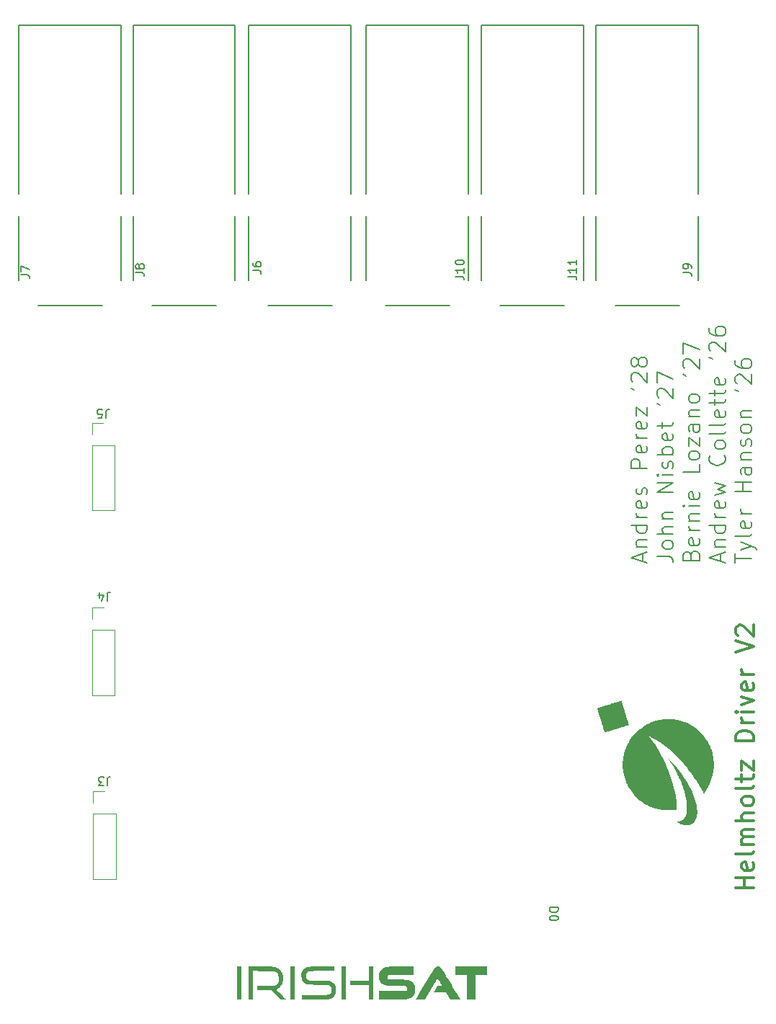
<source format=gbr>
%TF.GenerationSoftware,KiCad,Pcbnew,8.0.5*%
%TF.CreationDate,2025-03-21T11:48:15-04:00*%
%TF.ProjectId,ArduinoRev4Hat,41726475-696e-46f5-9265-76344861742e,rev?*%
%TF.SameCoordinates,Original*%
%TF.FileFunction,Legend,Top*%
%TF.FilePolarity,Positive*%
%FSLAX46Y46*%
G04 Gerber Fmt 4.6, Leading zero omitted, Abs format (unit mm)*
G04 Created by KiCad (PCBNEW 8.0.5) date 2025-03-21 11:48:15*
%MOMM*%
%LPD*%
G01*
G04 APERTURE LIST*
%ADD10C,0.300000*%
%ADD11C,0.160000*%
%ADD12C,0.150000*%
%ADD13C,0.000000*%
%ADD14C,0.127000*%
%ADD15C,0.120000*%
G04 APERTURE END LIST*
D10*
X208727400Y-121402632D02*
X206627400Y-121402632D01*
X207627400Y-121402632D02*
X207627400Y-120202632D01*
X208727400Y-120202632D02*
X206627400Y-120202632D01*
X208627400Y-118402632D02*
X208727400Y-118602632D01*
X208727400Y-118602632D02*
X208727400Y-119002632D01*
X208727400Y-119002632D02*
X208627400Y-119202632D01*
X208627400Y-119202632D02*
X208427400Y-119302632D01*
X208427400Y-119302632D02*
X207627400Y-119302632D01*
X207627400Y-119302632D02*
X207427400Y-119202632D01*
X207427400Y-119202632D02*
X207327400Y-119002632D01*
X207327400Y-119002632D02*
X207327400Y-118602632D01*
X207327400Y-118602632D02*
X207427400Y-118402632D01*
X207427400Y-118402632D02*
X207627400Y-118302632D01*
X207627400Y-118302632D02*
X207827400Y-118302632D01*
X207827400Y-118302632D02*
X208027400Y-119302632D01*
X208727400Y-117102632D02*
X208627400Y-117302632D01*
X208627400Y-117302632D02*
X208427400Y-117402632D01*
X208427400Y-117402632D02*
X206627400Y-117402632D01*
X208727400Y-116302632D02*
X207327400Y-116302632D01*
X207527400Y-116302632D02*
X207427400Y-116202632D01*
X207427400Y-116202632D02*
X207327400Y-116002632D01*
X207327400Y-116002632D02*
X207327400Y-115702632D01*
X207327400Y-115702632D02*
X207427400Y-115502632D01*
X207427400Y-115502632D02*
X207627400Y-115402632D01*
X207627400Y-115402632D02*
X208727400Y-115402632D01*
X207627400Y-115402632D02*
X207427400Y-115302632D01*
X207427400Y-115302632D02*
X207327400Y-115102632D01*
X207327400Y-115102632D02*
X207327400Y-114802632D01*
X207327400Y-114802632D02*
X207427400Y-114602632D01*
X207427400Y-114602632D02*
X207627400Y-114502632D01*
X207627400Y-114502632D02*
X208727400Y-114502632D01*
X208727400Y-113502632D02*
X206627400Y-113502632D01*
X208727400Y-112602632D02*
X207627400Y-112602632D01*
X207627400Y-112602632D02*
X207427400Y-112702632D01*
X207427400Y-112702632D02*
X207327400Y-112902632D01*
X207327400Y-112902632D02*
X207327400Y-113202632D01*
X207327400Y-113202632D02*
X207427400Y-113402632D01*
X207427400Y-113402632D02*
X207527400Y-113502632D01*
X208727400Y-111302632D02*
X208627400Y-111502632D01*
X208627400Y-111502632D02*
X208527400Y-111602632D01*
X208527400Y-111602632D02*
X208327400Y-111702632D01*
X208327400Y-111702632D02*
X207727400Y-111702632D01*
X207727400Y-111702632D02*
X207527400Y-111602632D01*
X207527400Y-111602632D02*
X207427400Y-111502632D01*
X207427400Y-111502632D02*
X207327400Y-111302632D01*
X207327400Y-111302632D02*
X207327400Y-111002632D01*
X207327400Y-111002632D02*
X207427400Y-110802632D01*
X207427400Y-110802632D02*
X207527400Y-110702632D01*
X207527400Y-110702632D02*
X207727400Y-110602632D01*
X207727400Y-110602632D02*
X208327400Y-110602632D01*
X208327400Y-110602632D02*
X208527400Y-110702632D01*
X208527400Y-110702632D02*
X208627400Y-110802632D01*
X208627400Y-110802632D02*
X208727400Y-111002632D01*
X208727400Y-111002632D02*
X208727400Y-111302632D01*
X208727400Y-109402632D02*
X208627400Y-109602632D01*
X208627400Y-109602632D02*
X208427400Y-109702632D01*
X208427400Y-109702632D02*
X206627400Y-109702632D01*
X207327400Y-108902632D02*
X207327400Y-108102632D01*
X206627400Y-108602632D02*
X208427400Y-108602632D01*
X208427400Y-108602632D02*
X208627400Y-108502632D01*
X208627400Y-108502632D02*
X208727400Y-108302632D01*
X208727400Y-108302632D02*
X208727400Y-108102632D01*
X207327400Y-107602632D02*
X207327400Y-106502632D01*
X207327400Y-106502632D02*
X208727400Y-107602632D01*
X208727400Y-107602632D02*
X208727400Y-106502632D01*
X208727400Y-104102632D02*
X206627400Y-104102632D01*
X206627400Y-104102632D02*
X206627400Y-103602632D01*
X206627400Y-103602632D02*
X206727400Y-103302632D01*
X206727400Y-103302632D02*
X206927400Y-103102632D01*
X206927400Y-103102632D02*
X207127400Y-103002632D01*
X207127400Y-103002632D02*
X207527400Y-102902632D01*
X207527400Y-102902632D02*
X207827400Y-102902632D01*
X207827400Y-102902632D02*
X208227400Y-103002632D01*
X208227400Y-103002632D02*
X208427400Y-103102632D01*
X208427400Y-103102632D02*
X208627400Y-103302632D01*
X208627400Y-103302632D02*
X208727400Y-103602632D01*
X208727400Y-103602632D02*
X208727400Y-104102632D01*
X208727400Y-102002632D02*
X207327400Y-102002632D01*
X207727400Y-102002632D02*
X207527400Y-101902632D01*
X207527400Y-101902632D02*
X207427400Y-101802632D01*
X207427400Y-101802632D02*
X207327400Y-101602632D01*
X207327400Y-101602632D02*
X207327400Y-101402632D01*
X208727400Y-100702632D02*
X207327400Y-100702632D01*
X206627400Y-100702632D02*
X206727400Y-100802632D01*
X206727400Y-100802632D02*
X206827400Y-100702632D01*
X206827400Y-100702632D02*
X206727400Y-100602632D01*
X206727400Y-100602632D02*
X206627400Y-100702632D01*
X206627400Y-100702632D02*
X206827400Y-100702632D01*
X207327400Y-99902632D02*
X208727400Y-99402632D01*
X208727400Y-99402632D02*
X207327400Y-98902632D01*
X208627400Y-97302632D02*
X208727400Y-97502632D01*
X208727400Y-97502632D02*
X208727400Y-97902632D01*
X208727400Y-97902632D02*
X208627400Y-98102632D01*
X208627400Y-98102632D02*
X208427400Y-98202632D01*
X208427400Y-98202632D02*
X207627400Y-98202632D01*
X207627400Y-98202632D02*
X207427400Y-98102632D01*
X207427400Y-98102632D02*
X207327400Y-97902632D01*
X207327400Y-97902632D02*
X207327400Y-97502632D01*
X207327400Y-97502632D02*
X207427400Y-97302632D01*
X207427400Y-97302632D02*
X207627400Y-97202632D01*
X207627400Y-97202632D02*
X207827400Y-97202632D01*
X207827400Y-97202632D02*
X208027400Y-98202632D01*
X208727400Y-96302632D02*
X207327400Y-96302632D01*
X207727400Y-96302632D02*
X207527400Y-96202632D01*
X207527400Y-96202632D02*
X207427400Y-96102632D01*
X207427400Y-96102632D02*
X207327400Y-95902632D01*
X207327400Y-95902632D02*
X207327400Y-95702632D01*
X206627400Y-93702632D02*
X208727400Y-93002632D01*
X208727400Y-93002632D02*
X206627400Y-92302632D01*
X206827400Y-91702632D02*
X206727400Y-91602632D01*
X206727400Y-91602632D02*
X206627400Y-91402632D01*
X206627400Y-91402632D02*
X206627400Y-90902632D01*
X206627400Y-90902632D02*
X206727400Y-90702632D01*
X206727400Y-90702632D02*
X206827400Y-90602632D01*
X206827400Y-90602632D02*
X207027400Y-90502632D01*
X207027400Y-90502632D02*
X207227400Y-90502632D01*
X207227400Y-90502632D02*
X207527400Y-90602632D01*
X207527400Y-90602632D02*
X208727400Y-91802632D01*
X208727400Y-91802632D02*
X208727400Y-90502632D01*
D11*
X195680723Y-83032832D02*
X195680723Y-82128070D01*
X196223580Y-83213784D02*
X194323580Y-82580451D01*
X194323580Y-82580451D02*
X196223580Y-81947117D01*
X194956913Y-81313785D02*
X196223580Y-81313785D01*
X195137865Y-81313785D02*
X195047389Y-81223308D01*
X195047389Y-81223308D02*
X194956913Y-81042356D01*
X194956913Y-81042356D02*
X194956913Y-80770927D01*
X194956913Y-80770927D02*
X195047389Y-80589975D01*
X195047389Y-80589975D02*
X195228342Y-80499499D01*
X195228342Y-80499499D02*
X196223580Y-80499499D01*
X196223580Y-78780451D02*
X194323580Y-78780451D01*
X196133104Y-78780451D02*
X196223580Y-78961403D01*
X196223580Y-78961403D02*
X196223580Y-79323308D01*
X196223580Y-79323308D02*
X196133104Y-79504260D01*
X196133104Y-79504260D02*
X196042627Y-79594737D01*
X196042627Y-79594737D02*
X195861675Y-79685213D01*
X195861675Y-79685213D02*
X195318818Y-79685213D01*
X195318818Y-79685213D02*
X195137865Y-79594737D01*
X195137865Y-79594737D02*
X195047389Y-79504260D01*
X195047389Y-79504260D02*
X194956913Y-79323308D01*
X194956913Y-79323308D02*
X194956913Y-78961403D01*
X194956913Y-78961403D02*
X195047389Y-78780451D01*
X196223580Y-77875689D02*
X194956913Y-77875689D01*
X195318818Y-77875689D02*
X195137865Y-77785212D01*
X195137865Y-77785212D02*
X195047389Y-77694736D01*
X195047389Y-77694736D02*
X194956913Y-77513784D01*
X194956913Y-77513784D02*
X194956913Y-77332831D01*
X196133104Y-75975689D02*
X196223580Y-76156641D01*
X196223580Y-76156641D02*
X196223580Y-76518546D01*
X196223580Y-76518546D02*
X196133104Y-76699499D01*
X196133104Y-76699499D02*
X195952151Y-76789975D01*
X195952151Y-76789975D02*
X195228342Y-76789975D01*
X195228342Y-76789975D02*
X195047389Y-76699499D01*
X195047389Y-76699499D02*
X194956913Y-76518546D01*
X194956913Y-76518546D02*
X194956913Y-76156641D01*
X194956913Y-76156641D02*
X195047389Y-75975689D01*
X195047389Y-75975689D02*
X195228342Y-75885213D01*
X195228342Y-75885213D02*
X195409294Y-75885213D01*
X195409294Y-75885213D02*
X195590246Y-76789975D01*
X196133104Y-75161404D02*
X196223580Y-74980451D01*
X196223580Y-74980451D02*
X196223580Y-74618547D01*
X196223580Y-74618547D02*
X196133104Y-74437594D01*
X196133104Y-74437594D02*
X195952151Y-74347118D01*
X195952151Y-74347118D02*
X195861675Y-74347118D01*
X195861675Y-74347118D02*
X195680723Y-74437594D01*
X195680723Y-74437594D02*
X195590246Y-74618547D01*
X195590246Y-74618547D02*
X195590246Y-74889975D01*
X195590246Y-74889975D02*
X195499770Y-75070928D01*
X195499770Y-75070928D02*
X195318818Y-75161404D01*
X195318818Y-75161404D02*
X195228342Y-75161404D01*
X195228342Y-75161404D02*
X195047389Y-75070928D01*
X195047389Y-75070928D02*
X194956913Y-74889975D01*
X194956913Y-74889975D02*
X194956913Y-74618547D01*
X194956913Y-74618547D02*
X195047389Y-74437594D01*
X196223580Y-72085214D02*
X194323580Y-72085214D01*
X194323580Y-72085214D02*
X194323580Y-71361404D01*
X194323580Y-71361404D02*
X194414056Y-71180452D01*
X194414056Y-71180452D02*
X194504532Y-71089975D01*
X194504532Y-71089975D02*
X194685484Y-70999499D01*
X194685484Y-70999499D02*
X194956913Y-70999499D01*
X194956913Y-70999499D02*
X195137865Y-71089975D01*
X195137865Y-71089975D02*
X195228342Y-71180452D01*
X195228342Y-71180452D02*
X195318818Y-71361404D01*
X195318818Y-71361404D02*
X195318818Y-72085214D01*
X196133104Y-69461404D02*
X196223580Y-69642356D01*
X196223580Y-69642356D02*
X196223580Y-70004261D01*
X196223580Y-70004261D02*
X196133104Y-70185214D01*
X196133104Y-70185214D02*
X195952151Y-70275690D01*
X195952151Y-70275690D02*
X195228342Y-70275690D01*
X195228342Y-70275690D02*
X195047389Y-70185214D01*
X195047389Y-70185214D02*
X194956913Y-70004261D01*
X194956913Y-70004261D02*
X194956913Y-69642356D01*
X194956913Y-69642356D02*
X195047389Y-69461404D01*
X195047389Y-69461404D02*
X195228342Y-69370928D01*
X195228342Y-69370928D02*
X195409294Y-69370928D01*
X195409294Y-69370928D02*
X195590246Y-70275690D01*
X196223580Y-68556643D02*
X194956913Y-68556643D01*
X195318818Y-68556643D02*
X195137865Y-68466166D01*
X195137865Y-68466166D02*
X195047389Y-68375690D01*
X195047389Y-68375690D02*
X194956913Y-68194738D01*
X194956913Y-68194738D02*
X194956913Y-68013785D01*
X196133104Y-66656643D02*
X196223580Y-66837595D01*
X196223580Y-66837595D02*
X196223580Y-67199500D01*
X196223580Y-67199500D02*
X196133104Y-67380453D01*
X196133104Y-67380453D02*
X195952151Y-67470929D01*
X195952151Y-67470929D02*
X195228342Y-67470929D01*
X195228342Y-67470929D02*
X195047389Y-67380453D01*
X195047389Y-67380453D02*
X194956913Y-67199500D01*
X194956913Y-67199500D02*
X194956913Y-66837595D01*
X194956913Y-66837595D02*
X195047389Y-66656643D01*
X195047389Y-66656643D02*
X195228342Y-66566167D01*
X195228342Y-66566167D02*
X195409294Y-66566167D01*
X195409294Y-66566167D02*
X195590246Y-67470929D01*
X194956913Y-65932834D02*
X194956913Y-64937596D01*
X194956913Y-64937596D02*
X196223580Y-65932834D01*
X196223580Y-65932834D02*
X196223580Y-64937596D01*
X194323580Y-62675691D02*
X194685484Y-62856644D01*
X194504532Y-61951882D02*
X194414056Y-61861406D01*
X194414056Y-61861406D02*
X194323580Y-61680453D01*
X194323580Y-61680453D02*
X194323580Y-61228072D01*
X194323580Y-61228072D02*
X194414056Y-61047120D01*
X194414056Y-61047120D02*
X194504532Y-60956644D01*
X194504532Y-60956644D02*
X194685484Y-60866167D01*
X194685484Y-60866167D02*
X194866437Y-60866167D01*
X194866437Y-60866167D02*
X195137865Y-60956644D01*
X195137865Y-60956644D02*
X196223580Y-62042358D01*
X196223580Y-62042358D02*
X196223580Y-60866167D01*
X195137865Y-59780453D02*
X195047389Y-59961405D01*
X195047389Y-59961405D02*
X194956913Y-60051882D01*
X194956913Y-60051882D02*
X194775961Y-60142358D01*
X194775961Y-60142358D02*
X194685484Y-60142358D01*
X194685484Y-60142358D02*
X194504532Y-60051882D01*
X194504532Y-60051882D02*
X194414056Y-59961405D01*
X194414056Y-59961405D02*
X194323580Y-59780453D01*
X194323580Y-59780453D02*
X194323580Y-59418548D01*
X194323580Y-59418548D02*
X194414056Y-59237596D01*
X194414056Y-59237596D02*
X194504532Y-59147120D01*
X194504532Y-59147120D02*
X194685484Y-59056643D01*
X194685484Y-59056643D02*
X194775961Y-59056643D01*
X194775961Y-59056643D02*
X194956913Y-59147120D01*
X194956913Y-59147120D02*
X195047389Y-59237596D01*
X195047389Y-59237596D02*
X195137865Y-59418548D01*
X195137865Y-59418548D02*
X195137865Y-59780453D01*
X195137865Y-59780453D02*
X195228342Y-59961405D01*
X195228342Y-59961405D02*
X195318818Y-60051882D01*
X195318818Y-60051882D02*
X195499770Y-60142358D01*
X195499770Y-60142358D02*
X195861675Y-60142358D01*
X195861675Y-60142358D02*
X196042627Y-60051882D01*
X196042627Y-60051882D02*
X196133104Y-59961405D01*
X196133104Y-59961405D02*
X196223580Y-59780453D01*
X196223580Y-59780453D02*
X196223580Y-59418548D01*
X196223580Y-59418548D02*
X196133104Y-59237596D01*
X196133104Y-59237596D02*
X196042627Y-59147120D01*
X196042627Y-59147120D02*
X195861675Y-59056643D01*
X195861675Y-59056643D02*
X195499770Y-59056643D01*
X195499770Y-59056643D02*
X195318818Y-59147120D01*
X195318818Y-59147120D02*
X195228342Y-59237596D01*
X195228342Y-59237596D02*
X195137865Y-59418548D01*
X197382474Y-82399498D02*
X198739617Y-82399498D01*
X198739617Y-82399498D02*
X199011045Y-82489975D01*
X199011045Y-82489975D02*
X199191998Y-82670927D01*
X199191998Y-82670927D02*
X199282474Y-82942356D01*
X199282474Y-82942356D02*
X199282474Y-83123308D01*
X199282474Y-81223308D02*
X199191998Y-81404260D01*
X199191998Y-81404260D02*
X199101521Y-81494737D01*
X199101521Y-81494737D02*
X198920569Y-81585213D01*
X198920569Y-81585213D02*
X198377712Y-81585213D01*
X198377712Y-81585213D02*
X198196759Y-81494737D01*
X198196759Y-81494737D02*
X198106283Y-81404260D01*
X198106283Y-81404260D02*
X198015807Y-81223308D01*
X198015807Y-81223308D02*
X198015807Y-80951879D01*
X198015807Y-80951879D02*
X198106283Y-80770927D01*
X198106283Y-80770927D02*
X198196759Y-80680451D01*
X198196759Y-80680451D02*
X198377712Y-80589975D01*
X198377712Y-80589975D02*
X198920569Y-80589975D01*
X198920569Y-80589975D02*
X199101521Y-80680451D01*
X199101521Y-80680451D02*
X199191998Y-80770927D01*
X199191998Y-80770927D02*
X199282474Y-80951879D01*
X199282474Y-80951879D02*
X199282474Y-81223308D01*
X199282474Y-79775689D02*
X197382474Y-79775689D01*
X199282474Y-78961403D02*
X198287236Y-78961403D01*
X198287236Y-78961403D02*
X198106283Y-79051879D01*
X198106283Y-79051879D02*
X198015807Y-79232831D01*
X198015807Y-79232831D02*
X198015807Y-79504260D01*
X198015807Y-79504260D02*
X198106283Y-79685212D01*
X198106283Y-79685212D02*
X198196759Y-79775689D01*
X198015807Y-78056641D02*
X199282474Y-78056641D01*
X198196759Y-78056641D02*
X198106283Y-77966164D01*
X198106283Y-77966164D02*
X198015807Y-77785212D01*
X198015807Y-77785212D02*
X198015807Y-77513783D01*
X198015807Y-77513783D02*
X198106283Y-77332831D01*
X198106283Y-77332831D02*
X198287236Y-77242355D01*
X198287236Y-77242355D02*
X199282474Y-77242355D01*
X199282474Y-74889974D02*
X197382474Y-74889974D01*
X197382474Y-74889974D02*
X199282474Y-73804259D01*
X199282474Y-73804259D02*
X197382474Y-73804259D01*
X199282474Y-72899498D02*
X198015807Y-72899498D01*
X197382474Y-72899498D02*
X197472950Y-72989974D01*
X197472950Y-72989974D02*
X197563426Y-72899498D01*
X197563426Y-72899498D02*
X197472950Y-72809021D01*
X197472950Y-72809021D02*
X197382474Y-72899498D01*
X197382474Y-72899498D02*
X197563426Y-72899498D01*
X199191998Y-72085212D02*
X199282474Y-71904259D01*
X199282474Y-71904259D02*
X199282474Y-71542355D01*
X199282474Y-71542355D02*
X199191998Y-71361402D01*
X199191998Y-71361402D02*
X199011045Y-71270926D01*
X199011045Y-71270926D02*
X198920569Y-71270926D01*
X198920569Y-71270926D02*
X198739617Y-71361402D01*
X198739617Y-71361402D02*
X198649140Y-71542355D01*
X198649140Y-71542355D02*
X198649140Y-71813783D01*
X198649140Y-71813783D02*
X198558664Y-71994736D01*
X198558664Y-71994736D02*
X198377712Y-72085212D01*
X198377712Y-72085212D02*
X198287236Y-72085212D01*
X198287236Y-72085212D02*
X198106283Y-71994736D01*
X198106283Y-71994736D02*
X198015807Y-71813783D01*
X198015807Y-71813783D02*
X198015807Y-71542355D01*
X198015807Y-71542355D02*
X198106283Y-71361402D01*
X199282474Y-70456641D02*
X197382474Y-70456641D01*
X198106283Y-70456641D02*
X198015807Y-70275688D01*
X198015807Y-70275688D02*
X198015807Y-69913783D01*
X198015807Y-69913783D02*
X198106283Y-69732831D01*
X198106283Y-69732831D02*
X198196759Y-69642355D01*
X198196759Y-69642355D02*
X198377712Y-69551879D01*
X198377712Y-69551879D02*
X198920569Y-69551879D01*
X198920569Y-69551879D02*
X199101521Y-69642355D01*
X199101521Y-69642355D02*
X199191998Y-69732831D01*
X199191998Y-69732831D02*
X199282474Y-69913783D01*
X199282474Y-69913783D02*
X199282474Y-70275688D01*
X199282474Y-70275688D02*
X199191998Y-70456641D01*
X199191998Y-68013783D02*
X199282474Y-68194735D01*
X199282474Y-68194735D02*
X199282474Y-68556640D01*
X199282474Y-68556640D02*
X199191998Y-68737593D01*
X199191998Y-68737593D02*
X199011045Y-68828069D01*
X199011045Y-68828069D02*
X198287236Y-68828069D01*
X198287236Y-68828069D02*
X198106283Y-68737593D01*
X198106283Y-68737593D02*
X198015807Y-68556640D01*
X198015807Y-68556640D02*
X198015807Y-68194735D01*
X198015807Y-68194735D02*
X198106283Y-68013783D01*
X198106283Y-68013783D02*
X198287236Y-67923307D01*
X198287236Y-67923307D02*
X198468188Y-67923307D01*
X198468188Y-67923307D02*
X198649140Y-68828069D01*
X198015807Y-67380450D02*
X198015807Y-66656641D01*
X197382474Y-67109022D02*
X199011045Y-67109022D01*
X199011045Y-67109022D02*
X199191998Y-67018545D01*
X199191998Y-67018545D02*
X199282474Y-66837593D01*
X199282474Y-66837593D02*
X199282474Y-66656641D01*
X197382474Y-64485212D02*
X197744378Y-64666165D01*
X197563426Y-63761403D02*
X197472950Y-63670927D01*
X197472950Y-63670927D02*
X197382474Y-63489974D01*
X197382474Y-63489974D02*
X197382474Y-63037593D01*
X197382474Y-63037593D02*
X197472950Y-62856641D01*
X197472950Y-62856641D02*
X197563426Y-62766165D01*
X197563426Y-62766165D02*
X197744378Y-62675688D01*
X197744378Y-62675688D02*
X197925331Y-62675688D01*
X197925331Y-62675688D02*
X198196759Y-62766165D01*
X198196759Y-62766165D02*
X199282474Y-63851879D01*
X199282474Y-63851879D02*
X199282474Y-62675688D01*
X197382474Y-62042355D02*
X197382474Y-60775688D01*
X197382474Y-60775688D02*
X199282474Y-61589974D01*
X201346130Y-82309022D02*
X201436606Y-82037594D01*
X201436606Y-82037594D02*
X201527082Y-81947117D01*
X201527082Y-81947117D02*
X201708034Y-81856641D01*
X201708034Y-81856641D02*
X201979463Y-81856641D01*
X201979463Y-81856641D02*
X202160415Y-81947117D01*
X202160415Y-81947117D02*
X202250892Y-82037594D01*
X202250892Y-82037594D02*
X202341368Y-82218546D01*
X202341368Y-82218546D02*
X202341368Y-82942356D01*
X202341368Y-82942356D02*
X200441368Y-82942356D01*
X200441368Y-82942356D02*
X200441368Y-82309022D01*
X200441368Y-82309022D02*
X200531844Y-82128070D01*
X200531844Y-82128070D02*
X200622320Y-82037594D01*
X200622320Y-82037594D02*
X200803272Y-81947117D01*
X200803272Y-81947117D02*
X200984225Y-81947117D01*
X200984225Y-81947117D02*
X201165177Y-82037594D01*
X201165177Y-82037594D02*
X201255653Y-82128070D01*
X201255653Y-82128070D02*
X201346130Y-82309022D01*
X201346130Y-82309022D02*
X201346130Y-82942356D01*
X202250892Y-80318546D02*
X202341368Y-80499498D01*
X202341368Y-80499498D02*
X202341368Y-80861403D01*
X202341368Y-80861403D02*
X202250892Y-81042356D01*
X202250892Y-81042356D02*
X202069939Y-81132832D01*
X202069939Y-81132832D02*
X201346130Y-81132832D01*
X201346130Y-81132832D02*
X201165177Y-81042356D01*
X201165177Y-81042356D02*
X201074701Y-80861403D01*
X201074701Y-80861403D02*
X201074701Y-80499498D01*
X201074701Y-80499498D02*
X201165177Y-80318546D01*
X201165177Y-80318546D02*
X201346130Y-80228070D01*
X201346130Y-80228070D02*
X201527082Y-80228070D01*
X201527082Y-80228070D02*
X201708034Y-81132832D01*
X202341368Y-79413785D02*
X201074701Y-79413785D01*
X201436606Y-79413785D02*
X201255653Y-79323308D01*
X201255653Y-79323308D02*
X201165177Y-79232832D01*
X201165177Y-79232832D02*
X201074701Y-79051880D01*
X201074701Y-79051880D02*
X201074701Y-78870927D01*
X201074701Y-78237595D02*
X202341368Y-78237595D01*
X201255653Y-78237595D02*
X201165177Y-78147118D01*
X201165177Y-78147118D02*
X201074701Y-77966166D01*
X201074701Y-77966166D02*
X201074701Y-77694737D01*
X201074701Y-77694737D02*
X201165177Y-77513785D01*
X201165177Y-77513785D02*
X201346130Y-77423309D01*
X201346130Y-77423309D02*
X202341368Y-77423309D01*
X202341368Y-76518547D02*
X201074701Y-76518547D01*
X200441368Y-76518547D02*
X200531844Y-76609023D01*
X200531844Y-76609023D02*
X200622320Y-76518547D01*
X200622320Y-76518547D02*
X200531844Y-76428070D01*
X200531844Y-76428070D02*
X200441368Y-76518547D01*
X200441368Y-76518547D02*
X200622320Y-76518547D01*
X202250892Y-74889975D02*
X202341368Y-75070927D01*
X202341368Y-75070927D02*
X202341368Y-75432832D01*
X202341368Y-75432832D02*
X202250892Y-75613785D01*
X202250892Y-75613785D02*
X202069939Y-75704261D01*
X202069939Y-75704261D02*
X201346130Y-75704261D01*
X201346130Y-75704261D02*
X201165177Y-75613785D01*
X201165177Y-75613785D02*
X201074701Y-75432832D01*
X201074701Y-75432832D02*
X201074701Y-75070927D01*
X201074701Y-75070927D02*
X201165177Y-74889975D01*
X201165177Y-74889975D02*
X201346130Y-74799499D01*
X201346130Y-74799499D02*
X201527082Y-74799499D01*
X201527082Y-74799499D02*
X201708034Y-75704261D01*
X202341368Y-71632833D02*
X202341368Y-72537595D01*
X202341368Y-72537595D02*
X200441368Y-72537595D01*
X202341368Y-70728071D02*
X202250892Y-70909023D01*
X202250892Y-70909023D02*
X202160415Y-70999500D01*
X202160415Y-70999500D02*
X201979463Y-71089976D01*
X201979463Y-71089976D02*
X201436606Y-71089976D01*
X201436606Y-71089976D02*
X201255653Y-70999500D01*
X201255653Y-70999500D02*
X201165177Y-70909023D01*
X201165177Y-70909023D02*
X201074701Y-70728071D01*
X201074701Y-70728071D02*
X201074701Y-70456642D01*
X201074701Y-70456642D02*
X201165177Y-70275690D01*
X201165177Y-70275690D02*
X201255653Y-70185214D01*
X201255653Y-70185214D02*
X201436606Y-70094738D01*
X201436606Y-70094738D02*
X201979463Y-70094738D01*
X201979463Y-70094738D02*
X202160415Y-70185214D01*
X202160415Y-70185214D02*
X202250892Y-70275690D01*
X202250892Y-70275690D02*
X202341368Y-70456642D01*
X202341368Y-70456642D02*
X202341368Y-70728071D01*
X201074701Y-69461404D02*
X201074701Y-68466166D01*
X201074701Y-68466166D02*
X202341368Y-69461404D01*
X202341368Y-69461404D02*
X202341368Y-68466166D01*
X202341368Y-66928071D02*
X201346130Y-66928071D01*
X201346130Y-66928071D02*
X201165177Y-67018547D01*
X201165177Y-67018547D02*
X201074701Y-67199499D01*
X201074701Y-67199499D02*
X201074701Y-67561404D01*
X201074701Y-67561404D02*
X201165177Y-67742357D01*
X202250892Y-66928071D02*
X202341368Y-67109023D01*
X202341368Y-67109023D02*
X202341368Y-67561404D01*
X202341368Y-67561404D02*
X202250892Y-67742357D01*
X202250892Y-67742357D02*
X202069939Y-67832833D01*
X202069939Y-67832833D02*
X201888987Y-67832833D01*
X201888987Y-67832833D02*
X201708034Y-67742357D01*
X201708034Y-67742357D02*
X201617558Y-67561404D01*
X201617558Y-67561404D02*
X201617558Y-67109023D01*
X201617558Y-67109023D02*
X201527082Y-66928071D01*
X201074701Y-66023309D02*
X202341368Y-66023309D01*
X201255653Y-66023309D02*
X201165177Y-65932832D01*
X201165177Y-65932832D02*
X201074701Y-65751880D01*
X201074701Y-65751880D02*
X201074701Y-65480451D01*
X201074701Y-65480451D02*
X201165177Y-65299499D01*
X201165177Y-65299499D02*
X201346130Y-65209023D01*
X201346130Y-65209023D02*
X202341368Y-65209023D01*
X202341368Y-64032832D02*
X202250892Y-64213784D01*
X202250892Y-64213784D02*
X202160415Y-64304261D01*
X202160415Y-64304261D02*
X201979463Y-64394737D01*
X201979463Y-64394737D02*
X201436606Y-64394737D01*
X201436606Y-64394737D02*
X201255653Y-64304261D01*
X201255653Y-64304261D02*
X201165177Y-64213784D01*
X201165177Y-64213784D02*
X201074701Y-64032832D01*
X201074701Y-64032832D02*
X201074701Y-63761403D01*
X201074701Y-63761403D02*
X201165177Y-63580451D01*
X201165177Y-63580451D02*
X201255653Y-63489975D01*
X201255653Y-63489975D02*
X201436606Y-63399499D01*
X201436606Y-63399499D02*
X201979463Y-63399499D01*
X201979463Y-63399499D02*
X202160415Y-63489975D01*
X202160415Y-63489975D02*
X202250892Y-63580451D01*
X202250892Y-63580451D02*
X202341368Y-63761403D01*
X202341368Y-63761403D02*
X202341368Y-64032832D01*
X200441368Y-61047117D02*
X200803272Y-61228070D01*
X200622320Y-60323308D02*
X200531844Y-60232832D01*
X200531844Y-60232832D02*
X200441368Y-60051879D01*
X200441368Y-60051879D02*
X200441368Y-59599498D01*
X200441368Y-59599498D02*
X200531844Y-59418546D01*
X200531844Y-59418546D02*
X200622320Y-59328070D01*
X200622320Y-59328070D02*
X200803272Y-59237593D01*
X200803272Y-59237593D02*
X200984225Y-59237593D01*
X200984225Y-59237593D02*
X201255653Y-59328070D01*
X201255653Y-59328070D02*
X202341368Y-60413784D01*
X202341368Y-60413784D02*
X202341368Y-59237593D01*
X200441368Y-58604260D02*
X200441368Y-57337593D01*
X200441368Y-57337593D02*
X202341368Y-58151879D01*
X204857405Y-83032832D02*
X204857405Y-82128070D01*
X205400262Y-83213784D02*
X203500262Y-82580451D01*
X203500262Y-82580451D02*
X205400262Y-81947117D01*
X204133595Y-81313785D02*
X205400262Y-81313785D01*
X204314547Y-81313785D02*
X204224071Y-81223308D01*
X204224071Y-81223308D02*
X204133595Y-81042356D01*
X204133595Y-81042356D02*
X204133595Y-80770927D01*
X204133595Y-80770927D02*
X204224071Y-80589975D01*
X204224071Y-80589975D02*
X204405024Y-80499499D01*
X204405024Y-80499499D02*
X205400262Y-80499499D01*
X205400262Y-78780451D02*
X203500262Y-78780451D01*
X205309786Y-78780451D02*
X205400262Y-78961403D01*
X205400262Y-78961403D02*
X205400262Y-79323308D01*
X205400262Y-79323308D02*
X205309786Y-79504260D01*
X205309786Y-79504260D02*
X205219309Y-79594737D01*
X205219309Y-79594737D02*
X205038357Y-79685213D01*
X205038357Y-79685213D02*
X204495500Y-79685213D01*
X204495500Y-79685213D02*
X204314547Y-79594737D01*
X204314547Y-79594737D02*
X204224071Y-79504260D01*
X204224071Y-79504260D02*
X204133595Y-79323308D01*
X204133595Y-79323308D02*
X204133595Y-78961403D01*
X204133595Y-78961403D02*
X204224071Y-78780451D01*
X205400262Y-77875689D02*
X204133595Y-77875689D01*
X204495500Y-77875689D02*
X204314547Y-77785212D01*
X204314547Y-77785212D02*
X204224071Y-77694736D01*
X204224071Y-77694736D02*
X204133595Y-77513784D01*
X204133595Y-77513784D02*
X204133595Y-77332831D01*
X205309786Y-75975689D02*
X205400262Y-76156641D01*
X205400262Y-76156641D02*
X205400262Y-76518546D01*
X205400262Y-76518546D02*
X205309786Y-76699499D01*
X205309786Y-76699499D02*
X205128833Y-76789975D01*
X205128833Y-76789975D02*
X204405024Y-76789975D01*
X204405024Y-76789975D02*
X204224071Y-76699499D01*
X204224071Y-76699499D02*
X204133595Y-76518546D01*
X204133595Y-76518546D02*
X204133595Y-76156641D01*
X204133595Y-76156641D02*
X204224071Y-75975689D01*
X204224071Y-75975689D02*
X204405024Y-75885213D01*
X204405024Y-75885213D02*
X204585976Y-75885213D01*
X204585976Y-75885213D02*
X204766928Y-76789975D01*
X204133595Y-75251880D02*
X205400262Y-74889975D01*
X205400262Y-74889975D02*
X204495500Y-74528070D01*
X204495500Y-74528070D02*
X205400262Y-74166166D01*
X205400262Y-74166166D02*
X204133595Y-73804261D01*
X205219309Y-70547118D02*
X205309786Y-70637594D01*
X205309786Y-70637594D02*
X205400262Y-70909023D01*
X205400262Y-70909023D02*
X205400262Y-71089975D01*
X205400262Y-71089975D02*
X205309786Y-71361404D01*
X205309786Y-71361404D02*
X205128833Y-71542356D01*
X205128833Y-71542356D02*
X204947881Y-71632833D01*
X204947881Y-71632833D02*
X204585976Y-71723309D01*
X204585976Y-71723309D02*
X204314547Y-71723309D01*
X204314547Y-71723309D02*
X203952643Y-71632833D01*
X203952643Y-71632833D02*
X203771690Y-71542356D01*
X203771690Y-71542356D02*
X203590738Y-71361404D01*
X203590738Y-71361404D02*
X203500262Y-71089975D01*
X203500262Y-71089975D02*
X203500262Y-70909023D01*
X203500262Y-70909023D02*
X203590738Y-70637594D01*
X203590738Y-70637594D02*
X203681214Y-70547118D01*
X205400262Y-69461404D02*
X205309786Y-69642356D01*
X205309786Y-69642356D02*
X205219309Y-69732833D01*
X205219309Y-69732833D02*
X205038357Y-69823309D01*
X205038357Y-69823309D02*
X204495500Y-69823309D01*
X204495500Y-69823309D02*
X204314547Y-69732833D01*
X204314547Y-69732833D02*
X204224071Y-69642356D01*
X204224071Y-69642356D02*
X204133595Y-69461404D01*
X204133595Y-69461404D02*
X204133595Y-69189975D01*
X204133595Y-69189975D02*
X204224071Y-69009023D01*
X204224071Y-69009023D02*
X204314547Y-68918547D01*
X204314547Y-68918547D02*
X204495500Y-68828071D01*
X204495500Y-68828071D02*
X205038357Y-68828071D01*
X205038357Y-68828071D02*
X205219309Y-68918547D01*
X205219309Y-68918547D02*
X205309786Y-69009023D01*
X205309786Y-69009023D02*
X205400262Y-69189975D01*
X205400262Y-69189975D02*
X205400262Y-69461404D01*
X205400262Y-67742356D02*
X205309786Y-67923308D01*
X205309786Y-67923308D02*
X205128833Y-68013785D01*
X205128833Y-68013785D02*
X203500262Y-68013785D01*
X205400262Y-66747118D02*
X205309786Y-66928070D01*
X205309786Y-66928070D02*
X205128833Y-67018547D01*
X205128833Y-67018547D02*
X203500262Y-67018547D01*
X205309786Y-65299499D02*
X205400262Y-65480451D01*
X205400262Y-65480451D02*
X205400262Y-65842356D01*
X205400262Y-65842356D02*
X205309786Y-66023309D01*
X205309786Y-66023309D02*
X205128833Y-66113785D01*
X205128833Y-66113785D02*
X204405024Y-66113785D01*
X204405024Y-66113785D02*
X204224071Y-66023309D01*
X204224071Y-66023309D02*
X204133595Y-65842356D01*
X204133595Y-65842356D02*
X204133595Y-65480451D01*
X204133595Y-65480451D02*
X204224071Y-65299499D01*
X204224071Y-65299499D02*
X204405024Y-65209023D01*
X204405024Y-65209023D02*
X204585976Y-65209023D01*
X204585976Y-65209023D02*
X204766928Y-66113785D01*
X204133595Y-64666166D02*
X204133595Y-63942357D01*
X203500262Y-64394738D02*
X205128833Y-64394738D01*
X205128833Y-64394738D02*
X205309786Y-64304261D01*
X205309786Y-64304261D02*
X205400262Y-64123309D01*
X205400262Y-64123309D02*
X205400262Y-63942357D01*
X204133595Y-63580452D02*
X204133595Y-62856643D01*
X203500262Y-63309024D02*
X205128833Y-63309024D01*
X205128833Y-63309024D02*
X205309786Y-63218547D01*
X205309786Y-63218547D02*
X205400262Y-63037595D01*
X205400262Y-63037595D02*
X205400262Y-62856643D01*
X205309786Y-61499500D02*
X205400262Y-61680452D01*
X205400262Y-61680452D02*
X205400262Y-62042357D01*
X205400262Y-62042357D02*
X205309786Y-62223310D01*
X205309786Y-62223310D02*
X205128833Y-62313786D01*
X205128833Y-62313786D02*
X204405024Y-62313786D01*
X204405024Y-62313786D02*
X204224071Y-62223310D01*
X204224071Y-62223310D02*
X204133595Y-62042357D01*
X204133595Y-62042357D02*
X204133595Y-61680452D01*
X204133595Y-61680452D02*
X204224071Y-61499500D01*
X204224071Y-61499500D02*
X204405024Y-61409024D01*
X204405024Y-61409024D02*
X204585976Y-61409024D01*
X204585976Y-61409024D02*
X204766928Y-62313786D01*
X203500262Y-59056643D02*
X203862166Y-59237596D01*
X203681214Y-58332834D02*
X203590738Y-58242358D01*
X203590738Y-58242358D02*
X203500262Y-58061405D01*
X203500262Y-58061405D02*
X203500262Y-57609024D01*
X203500262Y-57609024D02*
X203590738Y-57428072D01*
X203590738Y-57428072D02*
X203681214Y-57337596D01*
X203681214Y-57337596D02*
X203862166Y-57247119D01*
X203862166Y-57247119D02*
X204043119Y-57247119D01*
X204043119Y-57247119D02*
X204314547Y-57337596D01*
X204314547Y-57337596D02*
X205400262Y-58423310D01*
X205400262Y-58423310D02*
X205400262Y-57247119D01*
X203500262Y-55618548D02*
X203500262Y-55980453D01*
X203500262Y-55980453D02*
X203590738Y-56161405D01*
X203590738Y-56161405D02*
X203681214Y-56251881D01*
X203681214Y-56251881D02*
X203952643Y-56432834D01*
X203952643Y-56432834D02*
X204314547Y-56523310D01*
X204314547Y-56523310D02*
X205038357Y-56523310D01*
X205038357Y-56523310D02*
X205219309Y-56432834D01*
X205219309Y-56432834D02*
X205309786Y-56342357D01*
X205309786Y-56342357D02*
X205400262Y-56161405D01*
X205400262Y-56161405D02*
X205400262Y-55799500D01*
X205400262Y-55799500D02*
X205309786Y-55618548D01*
X205309786Y-55618548D02*
X205219309Y-55528072D01*
X205219309Y-55528072D02*
X205038357Y-55437595D01*
X205038357Y-55437595D02*
X204585976Y-55437595D01*
X204585976Y-55437595D02*
X204405024Y-55528072D01*
X204405024Y-55528072D02*
X204314547Y-55618548D01*
X204314547Y-55618548D02*
X204224071Y-55799500D01*
X204224071Y-55799500D02*
X204224071Y-56161405D01*
X204224071Y-56161405D02*
X204314547Y-56342357D01*
X204314547Y-56342357D02*
X204405024Y-56432834D01*
X204405024Y-56432834D02*
X204585976Y-56523310D01*
X206559156Y-83213784D02*
X206559156Y-82128070D01*
X208459156Y-82670927D02*
X206559156Y-82670927D01*
X207192489Y-81675689D02*
X208459156Y-81223308D01*
X207192489Y-80770927D02*
X208459156Y-81223308D01*
X208459156Y-81223308D02*
X208911537Y-81404260D01*
X208911537Y-81404260D02*
X209002013Y-81494737D01*
X209002013Y-81494737D02*
X209092489Y-81675689D01*
X208459156Y-79775689D02*
X208368680Y-79956641D01*
X208368680Y-79956641D02*
X208187727Y-80047118D01*
X208187727Y-80047118D02*
X206559156Y-80047118D01*
X208368680Y-78328070D02*
X208459156Y-78509022D01*
X208459156Y-78509022D02*
X208459156Y-78870927D01*
X208459156Y-78870927D02*
X208368680Y-79051880D01*
X208368680Y-79051880D02*
X208187727Y-79142356D01*
X208187727Y-79142356D02*
X207463918Y-79142356D01*
X207463918Y-79142356D02*
X207282965Y-79051880D01*
X207282965Y-79051880D02*
X207192489Y-78870927D01*
X207192489Y-78870927D02*
X207192489Y-78509022D01*
X207192489Y-78509022D02*
X207282965Y-78328070D01*
X207282965Y-78328070D02*
X207463918Y-78237594D01*
X207463918Y-78237594D02*
X207644870Y-78237594D01*
X207644870Y-78237594D02*
X207825822Y-79142356D01*
X208459156Y-77423309D02*
X207192489Y-77423309D01*
X207554394Y-77423309D02*
X207373441Y-77332832D01*
X207373441Y-77332832D02*
X207282965Y-77242356D01*
X207282965Y-77242356D02*
X207192489Y-77061404D01*
X207192489Y-77061404D02*
X207192489Y-76880451D01*
X208459156Y-74799500D02*
X206559156Y-74799500D01*
X207463918Y-74799500D02*
X207463918Y-73713785D01*
X208459156Y-73713785D02*
X206559156Y-73713785D01*
X208459156Y-71994738D02*
X207463918Y-71994738D01*
X207463918Y-71994738D02*
X207282965Y-72085214D01*
X207282965Y-72085214D02*
X207192489Y-72266166D01*
X207192489Y-72266166D02*
X207192489Y-72628071D01*
X207192489Y-72628071D02*
X207282965Y-72809024D01*
X208368680Y-71994738D02*
X208459156Y-72175690D01*
X208459156Y-72175690D02*
X208459156Y-72628071D01*
X208459156Y-72628071D02*
X208368680Y-72809024D01*
X208368680Y-72809024D02*
X208187727Y-72899500D01*
X208187727Y-72899500D02*
X208006775Y-72899500D01*
X208006775Y-72899500D02*
X207825822Y-72809024D01*
X207825822Y-72809024D02*
X207735346Y-72628071D01*
X207735346Y-72628071D02*
X207735346Y-72175690D01*
X207735346Y-72175690D02*
X207644870Y-71994738D01*
X207192489Y-71089976D02*
X208459156Y-71089976D01*
X207373441Y-71089976D02*
X207282965Y-70999499D01*
X207282965Y-70999499D02*
X207192489Y-70818547D01*
X207192489Y-70818547D02*
X207192489Y-70547118D01*
X207192489Y-70547118D02*
X207282965Y-70366166D01*
X207282965Y-70366166D02*
X207463918Y-70275690D01*
X207463918Y-70275690D02*
X208459156Y-70275690D01*
X208368680Y-69461404D02*
X208459156Y-69280451D01*
X208459156Y-69280451D02*
X208459156Y-68918547D01*
X208459156Y-68918547D02*
X208368680Y-68737594D01*
X208368680Y-68737594D02*
X208187727Y-68647118D01*
X208187727Y-68647118D02*
X208097251Y-68647118D01*
X208097251Y-68647118D02*
X207916299Y-68737594D01*
X207916299Y-68737594D02*
X207825822Y-68918547D01*
X207825822Y-68918547D02*
X207825822Y-69189975D01*
X207825822Y-69189975D02*
X207735346Y-69370928D01*
X207735346Y-69370928D02*
X207554394Y-69461404D01*
X207554394Y-69461404D02*
X207463918Y-69461404D01*
X207463918Y-69461404D02*
X207282965Y-69370928D01*
X207282965Y-69370928D02*
X207192489Y-69189975D01*
X207192489Y-69189975D02*
X207192489Y-68918547D01*
X207192489Y-68918547D02*
X207282965Y-68737594D01*
X208459156Y-67561404D02*
X208368680Y-67742356D01*
X208368680Y-67742356D02*
X208278203Y-67832833D01*
X208278203Y-67832833D02*
X208097251Y-67923309D01*
X208097251Y-67923309D02*
X207554394Y-67923309D01*
X207554394Y-67923309D02*
X207373441Y-67832833D01*
X207373441Y-67832833D02*
X207282965Y-67742356D01*
X207282965Y-67742356D02*
X207192489Y-67561404D01*
X207192489Y-67561404D02*
X207192489Y-67289975D01*
X207192489Y-67289975D02*
X207282965Y-67109023D01*
X207282965Y-67109023D02*
X207373441Y-67018547D01*
X207373441Y-67018547D02*
X207554394Y-66928071D01*
X207554394Y-66928071D02*
X208097251Y-66928071D01*
X208097251Y-66928071D02*
X208278203Y-67018547D01*
X208278203Y-67018547D02*
X208368680Y-67109023D01*
X208368680Y-67109023D02*
X208459156Y-67289975D01*
X208459156Y-67289975D02*
X208459156Y-67561404D01*
X207192489Y-66113785D02*
X208459156Y-66113785D01*
X207373441Y-66113785D02*
X207282965Y-66023308D01*
X207282965Y-66023308D02*
X207192489Y-65842356D01*
X207192489Y-65842356D02*
X207192489Y-65570927D01*
X207192489Y-65570927D02*
X207282965Y-65389975D01*
X207282965Y-65389975D02*
X207463918Y-65299499D01*
X207463918Y-65299499D02*
X208459156Y-65299499D01*
X206559156Y-62856641D02*
X206921060Y-63037594D01*
X206740108Y-62132832D02*
X206649632Y-62042356D01*
X206649632Y-62042356D02*
X206559156Y-61861403D01*
X206559156Y-61861403D02*
X206559156Y-61409022D01*
X206559156Y-61409022D02*
X206649632Y-61228070D01*
X206649632Y-61228070D02*
X206740108Y-61137594D01*
X206740108Y-61137594D02*
X206921060Y-61047117D01*
X206921060Y-61047117D02*
X207102013Y-61047117D01*
X207102013Y-61047117D02*
X207373441Y-61137594D01*
X207373441Y-61137594D02*
X208459156Y-62223308D01*
X208459156Y-62223308D02*
X208459156Y-61047117D01*
X206559156Y-59418546D02*
X206559156Y-59780451D01*
X206559156Y-59780451D02*
X206649632Y-59961403D01*
X206649632Y-59961403D02*
X206740108Y-60051879D01*
X206740108Y-60051879D02*
X207011537Y-60232832D01*
X207011537Y-60232832D02*
X207373441Y-60323308D01*
X207373441Y-60323308D02*
X208097251Y-60323308D01*
X208097251Y-60323308D02*
X208278203Y-60232832D01*
X208278203Y-60232832D02*
X208368680Y-60142355D01*
X208368680Y-60142355D02*
X208459156Y-59961403D01*
X208459156Y-59961403D02*
X208459156Y-59599498D01*
X208459156Y-59599498D02*
X208368680Y-59418546D01*
X208368680Y-59418546D02*
X208278203Y-59328070D01*
X208278203Y-59328070D02*
X208097251Y-59237593D01*
X208097251Y-59237593D02*
X207644870Y-59237593D01*
X207644870Y-59237593D02*
X207463918Y-59328070D01*
X207463918Y-59328070D02*
X207373441Y-59418546D01*
X207373441Y-59418546D02*
X207282965Y-59599498D01*
X207282965Y-59599498D02*
X207282965Y-59961403D01*
X207282965Y-59961403D02*
X207373441Y-60142355D01*
X207373441Y-60142355D02*
X207463918Y-60232832D01*
X207463918Y-60232832D02*
X207644870Y-60323308D01*
D10*
X196449757Y-108021427D02*
X196378328Y-108164285D01*
X196378328Y-108164285D02*
X196378328Y-108378570D01*
X196378328Y-108378570D02*
X196449757Y-108592856D01*
X196449757Y-108592856D02*
X196592614Y-108735713D01*
X196592614Y-108735713D02*
X196735471Y-108807142D01*
X196735471Y-108807142D02*
X197021185Y-108878570D01*
X197021185Y-108878570D02*
X197235471Y-108878570D01*
X197235471Y-108878570D02*
X197521185Y-108807142D01*
X197521185Y-108807142D02*
X197664042Y-108735713D01*
X197664042Y-108735713D02*
X197806900Y-108592856D01*
X197806900Y-108592856D02*
X197878328Y-108378570D01*
X197878328Y-108378570D02*
X197878328Y-108235713D01*
X197878328Y-108235713D02*
X197806900Y-108021427D01*
X197806900Y-108021427D02*
X197735471Y-107949999D01*
X197735471Y-107949999D02*
X197235471Y-107949999D01*
X197235471Y-107949999D02*
X197235471Y-108235713D01*
X196378328Y-107092856D02*
X196735471Y-107092856D01*
X196592614Y-107449999D02*
X196735471Y-107092856D01*
X196735471Y-107092856D02*
X196592614Y-106735713D01*
X197021185Y-107307142D02*
X196735471Y-107092856D01*
X196735471Y-107092856D02*
X197021185Y-106878570D01*
X196378328Y-105949999D02*
X196735471Y-105949999D01*
X196592614Y-106307142D02*
X196735471Y-105949999D01*
X196735471Y-105949999D02*
X196592614Y-105592856D01*
X197021185Y-106164285D02*
X196735471Y-105949999D01*
X196735471Y-105949999D02*
X197021185Y-105735713D01*
X196378328Y-104807142D02*
X196735471Y-104807142D01*
X196592614Y-105164285D02*
X196735471Y-104807142D01*
X196735471Y-104807142D02*
X196592614Y-104449999D01*
X197021185Y-105021428D02*
X196735471Y-104807142D01*
X196735471Y-104807142D02*
X197021185Y-104592856D01*
D12*
X122604819Y-49333333D02*
X123319104Y-49333333D01*
X123319104Y-49333333D02*
X123461961Y-49380952D01*
X123461961Y-49380952D02*
X123557200Y-49476190D01*
X123557200Y-49476190D02*
X123604819Y-49619047D01*
X123604819Y-49619047D02*
X123604819Y-49714285D01*
X122604819Y-48952380D02*
X122604819Y-48285714D01*
X122604819Y-48285714D02*
X123604819Y-48714285D01*
X132613333Y-66145180D02*
X132613333Y-65430895D01*
X132613333Y-65430895D02*
X132660952Y-65288038D01*
X132660952Y-65288038D02*
X132756190Y-65192800D01*
X132756190Y-65192800D02*
X132899047Y-65145180D01*
X132899047Y-65145180D02*
X132994285Y-65145180D01*
X131660952Y-66145180D02*
X132137142Y-66145180D01*
X132137142Y-66145180D02*
X132184761Y-65668990D01*
X132184761Y-65668990D02*
X132137142Y-65716609D01*
X132137142Y-65716609D02*
X132041904Y-65764228D01*
X132041904Y-65764228D02*
X131803809Y-65764228D01*
X131803809Y-65764228D02*
X131708571Y-65716609D01*
X131708571Y-65716609D02*
X131660952Y-65668990D01*
X131660952Y-65668990D02*
X131613333Y-65573752D01*
X131613333Y-65573752D02*
X131613333Y-65335657D01*
X131613333Y-65335657D02*
X131660952Y-65240419D01*
X131660952Y-65240419D02*
X131708571Y-65192800D01*
X131708571Y-65192800D02*
X131803809Y-65145180D01*
X131803809Y-65145180D02*
X132041904Y-65145180D01*
X132041904Y-65145180D02*
X132137142Y-65192800D01*
X132137142Y-65192800D02*
X132184761Y-65240419D01*
X200419819Y-49078333D02*
X201134104Y-49078333D01*
X201134104Y-49078333D02*
X201276961Y-49125952D01*
X201276961Y-49125952D02*
X201372200Y-49221190D01*
X201372200Y-49221190D02*
X201419819Y-49364047D01*
X201419819Y-49364047D02*
X201419819Y-49459285D01*
X201419819Y-48554523D02*
X201419819Y-48364047D01*
X201419819Y-48364047D02*
X201372200Y-48268809D01*
X201372200Y-48268809D02*
X201324580Y-48221190D01*
X201324580Y-48221190D02*
X201181723Y-48125952D01*
X201181723Y-48125952D02*
X200991247Y-48078333D01*
X200991247Y-48078333D02*
X200610295Y-48078333D01*
X200610295Y-48078333D02*
X200515057Y-48125952D01*
X200515057Y-48125952D02*
X200467438Y-48173571D01*
X200467438Y-48173571D02*
X200419819Y-48268809D01*
X200419819Y-48268809D02*
X200419819Y-48459285D01*
X200419819Y-48459285D02*
X200467438Y-48554523D01*
X200467438Y-48554523D02*
X200515057Y-48602142D01*
X200515057Y-48602142D02*
X200610295Y-48649761D01*
X200610295Y-48649761D02*
X200848390Y-48649761D01*
X200848390Y-48649761D02*
X200943628Y-48602142D01*
X200943628Y-48602142D02*
X200991247Y-48554523D01*
X200991247Y-48554523D02*
X201038866Y-48459285D01*
X201038866Y-48459285D02*
X201038866Y-48268809D01*
X201038866Y-48268809D02*
X200991247Y-48173571D01*
X200991247Y-48173571D02*
X200943628Y-48125952D01*
X200943628Y-48125952D02*
X200848390Y-48078333D01*
X173669819Y-49554523D02*
X174384104Y-49554523D01*
X174384104Y-49554523D02*
X174526961Y-49602142D01*
X174526961Y-49602142D02*
X174622200Y-49697380D01*
X174622200Y-49697380D02*
X174669819Y-49840237D01*
X174669819Y-49840237D02*
X174669819Y-49935475D01*
X174669819Y-48554523D02*
X174669819Y-49125951D01*
X174669819Y-48840237D02*
X173669819Y-48840237D01*
X173669819Y-48840237D02*
X173812676Y-48935475D01*
X173812676Y-48935475D02*
X173907914Y-49030713D01*
X173907914Y-49030713D02*
X173955533Y-49125951D01*
X173669819Y-47935475D02*
X173669819Y-47840237D01*
X173669819Y-47840237D02*
X173717438Y-47744999D01*
X173717438Y-47744999D02*
X173765057Y-47697380D01*
X173765057Y-47697380D02*
X173860295Y-47649761D01*
X173860295Y-47649761D02*
X174050771Y-47602142D01*
X174050771Y-47602142D02*
X174288866Y-47602142D01*
X174288866Y-47602142D02*
X174479342Y-47649761D01*
X174479342Y-47649761D02*
X174574580Y-47697380D01*
X174574580Y-47697380D02*
X174622200Y-47744999D01*
X174622200Y-47744999D02*
X174669819Y-47840237D01*
X174669819Y-47840237D02*
X174669819Y-47935475D01*
X174669819Y-47935475D02*
X174622200Y-48030713D01*
X174622200Y-48030713D02*
X174574580Y-48078332D01*
X174574580Y-48078332D02*
X174479342Y-48125951D01*
X174479342Y-48125951D02*
X174288866Y-48173570D01*
X174288866Y-48173570D02*
X174050771Y-48173570D01*
X174050771Y-48173570D02*
X173860295Y-48125951D01*
X173860295Y-48125951D02*
X173765057Y-48078332D01*
X173765057Y-48078332D02*
X173717438Y-48030713D01*
X173717438Y-48030713D02*
X173669819Y-47935475D01*
X132743333Y-87645180D02*
X132743333Y-86930895D01*
X132743333Y-86930895D02*
X132790952Y-86788038D01*
X132790952Y-86788038D02*
X132886190Y-86692800D01*
X132886190Y-86692800D02*
X133029047Y-86645180D01*
X133029047Y-86645180D02*
X133124285Y-86645180D01*
X131838571Y-87311847D02*
X131838571Y-86645180D01*
X132076666Y-87692800D02*
X132314761Y-86978514D01*
X132314761Y-86978514D02*
X131695714Y-86978514D01*
X136104819Y-49083333D02*
X136819104Y-49083333D01*
X136819104Y-49083333D02*
X136961961Y-49130952D01*
X136961961Y-49130952D02*
X137057200Y-49226190D01*
X137057200Y-49226190D02*
X137104819Y-49369047D01*
X137104819Y-49369047D02*
X137104819Y-49464285D01*
X136533390Y-48464285D02*
X136485771Y-48559523D01*
X136485771Y-48559523D02*
X136438152Y-48607142D01*
X136438152Y-48607142D02*
X136342914Y-48654761D01*
X136342914Y-48654761D02*
X136295295Y-48654761D01*
X136295295Y-48654761D02*
X136200057Y-48607142D01*
X136200057Y-48607142D02*
X136152438Y-48559523D01*
X136152438Y-48559523D02*
X136104819Y-48464285D01*
X136104819Y-48464285D02*
X136104819Y-48273809D01*
X136104819Y-48273809D02*
X136152438Y-48178571D01*
X136152438Y-48178571D02*
X136200057Y-48130952D01*
X136200057Y-48130952D02*
X136295295Y-48083333D01*
X136295295Y-48083333D02*
X136342914Y-48083333D01*
X136342914Y-48083333D02*
X136438152Y-48130952D01*
X136438152Y-48130952D02*
X136485771Y-48178571D01*
X136485771Y-48178571D02*
X136533390Y-48273809D01*
X136533390Y-48273809D02*
X136533390Y-48464285D01*
X136533390Y-48464285D02*
X136581009Y-48559523D01*
X136581009Y-48559523D02*
X136628628Y-48607142D01*
X136628628Y-48607142D02*
X136723866Y-48654761D01*
X136723866Y-48654761D02*
X136914342Y-48654761D01*
X136914342Y-48654761D02*
X137009580Y-48607142D01*
X137009580Y-48607142D02*
X137057200Y-48559523D01*
X137057200Y-48559523D02*
X137104819Y-48464285D01*
X137104819Y-48464285D02*
X137104819Y-48273809D01*
X137104819Y-48273809D02*
X137057200Y-48178571D01*
X137057200Y-48178571D02*
X137009580Y-48130952D01*
X137009580Y-48130952D02*
X136914342Y-48083333D01*
X136914342Y-48083333D02*
X136723866Y-48083333D01*
X136723866Y-48083333D02*
X136628628Y-48130952D01*
X136628628Y-48130952D02*
X136581009Y-48178571D01*
X136581009Y-48178571D02*
X136533390Y-48273809D01*
X186919819Y-49554523D02*
X187634104Y-49554523D01*
X187634104Y-49554523D02*
X187776961Y-49602142D01*
X187776961Y-49602142D02*
X187872200Y-49697380D01*
X187872200Y-49697380D02*
X187919819Y-49840237D01*
X187919819Y-49840237D02*
X187919819Y-49935475D01*
X187919819Y-48554523D02*
X187919819Y-49125951D01*
X187919819Y-48840237D02*
X186919819Y-48840237D01*
X186919819Y-48840237D02*
X187062676Y-48935475D01*
X187062676Y-48935475D02*
X187157914Y-49030713D01*
X187157914Y-49030713D02*
X187205533Y-49125951D01*
X187919819Y-47602142D02*
X187919819Y-48173570D01*
X187919819Y-47887856D02*
X186919819Y-47887856D01*
X186919819Y-47887856D02*
X187062676Y-47983094D01*
X187062676Y-47983094D02*
X187157914Y-48078332D01*
X187157914Y-48078332D02*
X187205533Y-48173570D01*
X149854819Y-48833333D02*
X150569104Y-48833333D01*
X150569104Y-48833333D02*
X150711961Y-48880952D01*
X150711961Y-48880952D02*
X150807200Y-48976190D01*
X150807200Y-48976190D02*
X150854819Y-49119047D01*
X150854819Y-49119047D02*
X150854819Y-49214285D01*
X149854819Y-47928571D02*
X149854819Y-48119047D01*
X149854819Y-48119047D02*
X149902438Y-48214285D01*
X149902438Y-48214285D02*
X149950057Y-48261904D01*
X149950057Y-48261904D02*
X150092914Y-48357142D01*
X150092914Y-48357142D02*
X150283390Y-48404761D01*
X150283390Y-48404761D02*
X150664342Y-48404761D01*
X150664342Y-48404761D02*
X150759580Y-48357142D01*
X150759580Y-48357142D02*
X150807200Y-48309523D01*
X150807200Y-48309523D02*
X150854819Y-48214285D01*
X150854819Y-48214285D02*
X150854819Y-48023809D01*
X150854819Y-48023809D02*
X150807200Y-47928571D01*
X150807200Y-47928571D02*
X150759580Y-47880952D01*
X150759580Y-47880952D02*
X150664342Y-47833333D01*
X150664342Y-47833333D02*
X150426247Y-47833333D01*
X150426247Y-47833333D02*
X150331009Y-47880952D01*
X150331009Y-47880952D02*
X150283390Y-47928571D01*
X150283390Y-47928571D02*
X150235771Y-48023809D01*
X150235771Y-48023809D02*
X150235771Y-48214285D01*
X150235771Y-48214285D02*
X150283390Y-48309523D01*
X150283390Y-48309523D02*
X150331009Y-48357142D01*
X150331009Y-48357142D02*
X150426247Y-48404761D01*
X132763333Y-109345180D02*
X132763333Y-108630895D01*
X132763333Y-108630895D02*
X132810952Y-108488038D01*
X132810952Y-108488038D02*
X132906190Y-108392800D01*
X132906190Y-108392800D02*
X133049047Y-108345180D01*
X133049047Y-108345180D02*
X133144285Y-108345180D01*
X132382380Y-109345180D02*
X131763333Y-109345180D01*
X131763333Y-109345180D02*
X132096666Y-108964228D01*
X132096666Y-108964228D02*
X131953809Y-108964228D01*
X131953809Y-108964228D02*
X131858571Y-108916609D01*
X131858571Y-108916609D02*
X131810952Y-108868990D01*
X131810952Y-108868990D02*
X131763333Y-108773752D01*
X131763333Y-108773752D02*
X131763333Y-108535657D01*
X131763333Y-108535657D02*
X131810952Y-108440419D01*
X131810952Y-108440419D02*
X131858571Y-108392800D01*
X131858571Y-108392800D02*
X131953809Y-108345180D01*
X131953809Y-108345180D02*
X132239523Y-108345180D01*
X132239523Y-108345180D02*
X132334761Y-108392800D01*
X132334761Y-108392800D02*
X132382380Y-108440419D01*
X184740180Y-123691905D02*
X185740180Y-123691905D01*
X185740180Y-123691905D02*
X185740180Y-123930000D01*
X185740180Y-123930000D02*
X185692561Y-124072857D01*
X185692561Y-124072857D02*
X185597323Y-124168095D01*
X185597323Y-124168095D02*
X185502085Y-124215714D01*
X185502085Y-124215714D02*
X185311609Y-124263333D01*
X185311609Y-124263333D02*
X185168752Y-124263333D01*
X185168752Y-124263333D02*
X184978276Y-124215714D01*
X184978276Y-124215714D02*
X184883038Y-124168095D01*
X184883038Y-124168095D02*
X184787800Y-124072857D01*
X184787800Y-124072857D02*
X184740180Y-123930000D01*
X184740180Y-123930000D02*
X184740180Y-123691905D01*
X185740180Y-124882381D02*
X185740180Y-124977619D01*
X185740180Y-124977619D02*
X185692561Y-125072857D01*
X185692561Y-125072857D02*
X185644942Y-125120476D01*
X185644942Y-125120476D02*
X185549704Y-125168095D01*
X185549704Y-125168095D02*
X185359228Y-125215714D01*
X185359228Y-125215714D02*
X185121133Y-125215714D01*
X185121133Y-125215714D02*
X184930657Y-125168095D01*
X184930657Y-125168095D02*
X184835419Y-125120476D01*
X184835419Y-125120476D02*
X184787800Y-125072857D01*
X184787800Y-125072857D02*
X184740180Y-124977619D01*
X184740180Y-124977619D02*
X184740180Y-124882381D01*
X184740180Y-124882381D02*
X184787800Y-124787143D01*
X184787800Y-124787143D02*
X184835419Y-124739524D01*
X184835419Y-124739524D02*
X184930657Y-124691905D01*
X184930657Y-124691905D02*
X185121133Y-124644286D01*
X185121133Y-124644286D02*
X185359228Y-124644286D01*
X185359228Y-124644286D02*
X185549704Y-124691905D01*
X185549704Y-124691905D02*
X185644942Y-124739524D01*
X185644942Y-124739524D02*
X185692561Y-124787143D01*
X185692561Y-124787143D02*
X185740180Y-124882381D01*
D13*
%TO.C,G\u002A\u002A\u002A*%
G36*
X198821201Y-101557741D02*
G01*
X198922363Y-101559455D01*
X199014851Y-101562571D01*
X199102125Y-101567290D01*
X199187646Y-101573814D01*
X199274872Y-101582343D01*
X199367265Y-101593078D01*
X199403260Y-101597625D01*
X199455892Y-101604904D01*
X199515834Y-101614043D01*
X199580150Y-101624517D01*
X199645900Y-101635799D01*
X199710147Y-101647363D01*
X199769951Y-101658684D01*
X199822376Y-101669235D01*
X199864481Y-101678492D01*
X199887581Y-101684286D01*
X199907989Y-101689564D01*
X199938082Y-101696956D01*
X199972312Y-101705105D01*
X199982558Y-101707495D01*
X200017901Y-101715961D01*
X200055921Y-101725656D01*
X200099523Y-101737363D01*
X200151608Y-101751866D01*
X200215079Y-101769947D01*
X200231436Y-101774649D01*
X200274682Y-101787755D01*
X200328781Y-101805164D01*
X200389996Y-101825589D01*
X200454588Y-101847746D01*
X200518820Y-101870348D01*
X200578951Y-101892110D01*
X200631245Y-101911747D01*
X200640083Y-101915170D01*
X200903190Y-102025968D01*
X201161045Y-102151162D01*
X201412500Y-102290070D01*
X201656401Y-102442009D01*
X201891599Y-102606297D01*
X202116943Y-102782251D01*
X202152846Y-102812146D01*
X202337142Y-102974960D01*
X202517564Y-103150035D01*
X202690856Y-103334015D01*
X202853763Y-103523547D01*
X202904521Y-103586527D01*
X203077064Y-103816740D01*
X203236467Y-104055397D01*
X203382671Y-104302399D01*
X203515619Y-104557647D01*
X203635255Y-104821043D01*
X203676935Y-104922547D01*
X203775707Y-105191102D01*
X203859934Y-105464838D01*
X203929476Y-105742886D01*
X203984196Y-106024375D01*
X204023954Y-106308434D01*
X204048612Y-106594195D01*
X204058030Y-106880786D01*
X204052070Y-107167337D01*
X204047660Y-107246909D01*
X204021740Y-107535655D01*
X203980605Y-107820869D01*
X203924287Y-108102422D01*
X203852822Y-108380188D01*
X203766245Y-108654039D01*
X203664589Y-108923848D01*
X203547889Y-109189489D01*
X203491500Y-109305584D01*
X203374541Y-109525602D01*
X203244667Y-109744463D01*
X203104341Y-109958241D01*
X202956029Y-110163010D01*
X202941414Y-110182110D01*
X202874235Y-110269481D01*
X202832805Y-110189923D01*
X202802579Y-110132980D01*
X202765565Y-110065055D01*
X202723109Y-109988505D01*
X202676558Y-109905690D01*
X202627258Y-109818969D01*
X202576555Y-109730701D01*
X202525797Y-109643245D01*
X202476328Y-109558960D01*
X202429495Y-109480205D01*
X202397241Y-109426730D01*
X202262338Y-109207043D01*
X202129534Y-108995707D01*
X201997269Y-108790443D01*
X201863982Y-108588967D01*
X201728114Y-108388997D01*
X201588103Y-108188251D01*
X201442390Y-107984447D01*
X201289415Y-107775303D01*
X201127616Y-107558536D01*
X201047893Y-107453128D01*
X200987719Y-107375018D01*
X200918572Y-107287264D01*
X200842013Y-107191764D01*
X200759603Y-107090418D01*
X200672904Y-106985123D01*
X200583475Y-106877776D01*
X200492878Y-106770277D01*
X200402675Y-106664523D01*
X200331585Y-106582152D01*
X200033321Y-106250045D01*
X199726049Y-105930663D01*
X199409544Y-105623824D01*
X199083582Y-105329345D01*
X198747940Y-105047045D01*
X198402395Y-104776740D01*
X198046722Y-104518248D01*
X197680698Y-104271386D01*
X197304099Y-104035972D01*
X196981236Y-103847961D01*
X196941559Y-103825954D01*
X196895303Y-103800886D01*
X196844217Y-103773652D01*
X196790052Y-103745145D01*
X196734556Y-103716258D01*
X196679480Y-103687885D01*
X196626571Y-103660919D01*
X196577580Y-103636253D01*
X196534257Y-103614781D01*
X196498350Y-103597396D01*
X196471609Y-103584993D01*
X196455784Y-103578463D01*
X196452186Y-103577785D01*
X196455601Y-103584738D01*
X196467440Y-103601442D01*
X196486048Y-103625703D01*
X196509771Y-103655330D01*
X196521748Y-103669918D01*
X196643465Y-103821663D01*
X196768865Y-103986852D01*
X196896977Y-104164010D01*
X197026834Y-104351662D01*
X197157469Y-104548334D01*
X197287912Y-104752552D01*
X197417195Y-104962840D01*
X197544351Y-105177724D01*
X197668412Y-105395729D01*
X197739179Y-105524147D01*
X197907603Y-105841405D01*
X198068804Y-106161374D01*
X198223666Y-106486039D01*
X198373069Y-106817382D01*
X198517899Y-107157389D01*
X198659036Y-107508044D01*
X198797365Y-107871331D01*
X198861926Y-108047739D01*
X198877656Y-108092009D01*
X198897426Y-108148842D01*
X198920465Y-108215934D01*
X198946002Y-108290979D01*
X198973268Y-108371673D01*
X199001491Y-108455712D01*
X199029902Y-108540792D01*
X199057729Y-108624607D01*
X199084202Y-108704854D01*
X199108551Y-108779228D01*
X199130004Y-108845425D01*
X199147793Y-108901139D01*
X199155804Y-108926700D01*
X199256754Y-109262877D01*
X199347257Y-109587453D01*
X199427318Y-109900444D01*
X199496941Y-110201868D01*
X199556129Y-110491740D01*
X199604885Y-110770077D01*
X199643215Y-111036896D01*
X199649871Y-111090895D01*
X199663525Y-111219778D01*
X199673854Y-111349126D01*
X199680858Y-111477037D01*
X199684539Y-111601607D01*
X199684899Y-111720934D01*
X199681939Y-111833112D01*
X199675659Y-111936239D01*
X199666063Y-112028412D01*
X199653150Y-112107727D01*
X199649135Y-112126513D01*
X199636657Y-112181602D01*
X199553164Y-112194788D01*
X199459158Y-112209346D01*
X199375497Y-112221542D01*
X199299464Y-112231576D01*
X199228339Y-112239648D01*
X199159402Y-112245957D01*
X199089936Y-112250704D01*
X199017219Y-112254089D01*
X198938535Y-112256311D01*
X198851163Y-112257570D01*
X198752384Y-112258067D01*
X198692279Y-112258088D01*
X198604727Y-112257930D01*
X198530699Y-112257571D01*
X198468093Y-112256938D01*
X198414808Y-112255959D01*
X198368743Y-112254562D01*
X198327795Y-112252676D01*
X198289864Y-112250227D01*
X198252847Y-112247144D01*
X198214645Y-112243355D01*
X198192248Y-112240931D01*
X198036936Y-112222479D01*
X197893722Y-112202649D01*
X197759094Y-112180768D01*
X197629543Y-112156164D01*
X197501555Y-112128163D01*
X197371620Y-112096093D01*
X197236225Y-112059282D01*
X197220365Y-112054777D01*
X196966730Y-111974890D01*
X196713794Y-111880359D01*
X196463491Y-111772120D01*
X196217759Y-111651105D01*
X195978531Y-111518249D01*
X195747745Y-111374485D01*
X195598339Y-111272195D01*
X195560925Y-111245424D01*
X195526210Y-111220283D01*
X195496992Y-111198821D01*
X195476067Y-111183086D01*
X195468654Y-111177245D01*
X195452096Y-111163898D01*
X195427143Y-111144130D01*
X195397761Y-111121072D01*
X195379089Y-111106521D01*
X195299515Y-111042340D01*
X195212893Y-110968294D01*
X195121787Y-110886837D01*
X195028762Y-110800422D01*
X194936382Y-110711505D01*
X194847213Y-110622539D01*
X194763817Y-110535979D01*
X194688761Y-110454279D01*
X194644307Y-110403353D01*
X194464998Y-110182520D01*
X194300414Y-109958357D01*
X194149792Y-109729598D01*
X194012367Y-109494974D01*
X193887376Y-109253218D01*
X193774056Y-109003063D01*
X193719000Y-108868001D01*
X193622328Y-108600851D01*
X193540102Y-108328931D01*
X193472392Y-108053091D01*
X193419265Y-107774183D01*
X193380789Y-107493059D01*
X193357033Y-107210570D01*
X193348066Y-106927566D01*
X193353954Y-106644899D01*
X193374767Y-106363420D01*
X193410572Y-106083980D01*
X193461438Y-105807431D01*
X193470350Y-105766349D01*
X193523243Y-105546244D01*
X193582645Y-105336058D01*
X193649861Y-105132128D01*
X193726190Y-104930788D01*
X193812935Y-104728374D01*
X193911399Y-104521222D01*
X193915809Y-104512366D01*
X194051233Y-104258216D01*
X194199738Y-104012278D01*
X194360890Y-103775075D01*
X194534253Y-103547129D01*
X194719392Y-103328964D01*
X194915874Y-103121104D01*
X195123264Y-102924070D01*
X195341127Y-102738388D01*
X195478308Y-102631424D01*
X195712287Y-102464863D01*
X195954619Y-102311354D01*
X196204671Y-102171166D01*
X196461807Y-102044570D01*
X196725394Y-101931835D01*
X196994796Y-101833232D01*
X197269378Y-101749029D01*
X197548507Y-101679499D01*
X197831547Y-101624909D01*
X197853137Y-101621389D01*
X197968743Y-101603728D01*
X198076948Y-101589348D01*
X198181231Y-101577988D01*
X198285077Y-101569388D01*
X198391966Y-101563284D01*
X198505381Y-101559417D01*
X198628803Y-101557525D01*
X198707905Y-101557229D01*
X198821201Y-101557741D01*
G37*
G36*
X198735743Y-106212923D02*
G01*
X198752488Y-106228271D01*
X198778470Y-106253116D01*
X198811996Y-106285789D01*
X198851370Y-106324623D01*
X198894897Y-106367948D01*
X198940883Y-106414097D01*
X198969895Y-106443406D01*
X199235253Y-106720383D01*
X199485825Y-106998835D01*
X199637438Y-107176592D01*
X199679279Y-107226722D01*
X199712876Y-107267038D01*
X199740011Y-107299710D01*
X199762466Y-107326911D01*
X199782022Y-107350811D01*
X199800461Y-107373582D01*
X199819564Y-107397397D01*
X199841113Y-107424425D01*
X199852172Y-107438327D01*
X199879111Y-107472196D01*
X199904509Y-107504115D01*
X199925808Y-107530868D01*
X199940450Y-107549242D01*
X199942344Y-107551615D01*
X199958753Y-107572601D01*
X199982735Y-107603846D01*
X200012563Y-107643048D01*
X200046508Y-107687910D01*
X200082843Y-107736130D01*
X200119842Y-107785411D01*
X200155777Y-107833451D01*
X200188921Y-107877952D01*
X200217546Y-107916614D01*
X200239925Y-107947138D01*
X200251354Y-107963001D01*
X200404573Y-108181966D01*
X200547178Y-108392623D01*
X200680381Y-108596874D01*
X200805397Y-108796624D01*
X200923438Y-108993776D01*
X201035716Y-109190234D01*
X201052095Y-109219686D01*
X201209795Y-109513178D01*
X201355059Y-109801957D01*
X201487763Y-110085692D01*
X201607783Y-110364049D01*
X201714997Y-110636695D01*
X201809281Y-110903296D01*
X201890510Y-111163520D01*
X201958561Y-111417034D01*
X202013311Y-111663503D01*
X202054637Y-111902595D01*
X202059237Y-111934697D01*
X202069178Y-112017508D01*
X202077328Y-112109113D01*
X202083613Y-112206421D01*
X202087955Y-112306343D01*
X202090276Y-112405792D01*
X202090501Y-112501677D01*
X202088552Y-112590910D01*
X202084351Y-112670401D01*
X202078988Y-112727715D01*
X202061431Y-112855220D01*
X202040304Y-112970433D01*
X202014771Y-113076444D01*
X201983992Y-113176346D01*
X201947132Y-113273231D01*
X201907044Y-113362537D01*
X201858940Y-113455039D01*
X201808341Y-113535994D01*
X201752419Y-113609477D01*
X201688345Y-113679566D01*
X201683909Y-113684022D01*
X201596017Y-113763233D01*
X201502197Y-113830478D01*
X201400778Y-113886625D01*
X201290089Y-113932543D01*
X201168461Y-113969102D01*
X201109616Y-113982752D01*
X201080816Y-113988579D01*
X201054394Y-113993010D01*
X201027535Y-113996227D01*
X200997426Y-113998409D01*
X200961254Y-113999738D01*
X200916203Y-114000395D01*
X200859461Y-114000560D01*
X200833036Y-114000529D01*
X200768495Y-114000213D01*
X200716670Y-113999414D01*
X200674654Y-113997955D01*
X200639540Y-113995657D01*
X200608421Y-113992345D01*
X200578390Y-113987839D01*
X200554616Y-113983529D01*
X200379249Y-113943029D01*
X200213479Y-113890395D01*
X200056835Y-113825443D01*
X199908843Y-113747988D01*
X199832974Y-113701298D01*
X199807663Y-113684259D01*
X199778058Y-113663408D01*
X199747018Y-113640877D01*
X199717405Y-113618798D01*
X199692076Y-113599301D01*
X199673893Y-113584520D01*
X199665755Y-113576652D01*
X199670429Y-113574285D01*
X199686690Y-113574810D01*
X199706312Y-113577396D01*
X199743331Y-113580861D01*
X199791198Y-113581523D01*
X199845433Y-113579605D01*
X199901554Y-113575333D01*
X199955080Y-113568931D01*
X199988980Y-113563229D01*
X200104847Y-113532903D01*
X200214286Y-113488438D01*
X200316909Y-113430108D01*
X200412327Y-113358185D01*
X200500154Y-113272942D01*
X200580001Y-113174652D01*
X200615799Y-113122270D01*
X200677377Y-113014055D01*
X200730865Y-112892909D01*
X200776224Y-112759294D01*
X200813414Y-112613671D01*
X200842397Y-112456501D01*
X200863134Y-112288245D01*
X200875585Y-112109365D01*
X200879712Y-111920322D01*
X200875476Y-111721578D01*
X200862837Y-111513593D01*
X200841756Y-111296829D01*
X200812195Y-111071748D01*
X200797365Y-110975614D01*
X200765039Y-110796331D01*
X200723835Y-110604999D01*
X200673921Y-110402306D01*
X200615465Y-110188943D01*
X200560779Y-110004891D01*
X200516290Y-109864712D01*
X200465546Y-109713177D01*
X200409512Y-109552786D01*
X200349153Y-109386042D01*
X200285434Y-109215445D01*
X200219318Y-109043498D01*
X200151772Y-108872702D01*
X200083759Y-108705559D01*
X200016244Y-108544570D01*
X199950192Y-108392236D01*
X199886568Y-108251060D01*
X199873823Y-108223531D01*
X199773312Y-108010587D01*
X199676899Y-107812596D01*
X199584529Y-107629449D01*
X199496146Y-107461038D01*
X199411693Y-107307251D01*
X199382591Y-107256056D01*
X199365554Y-107226117D01*
X199351860Y-107201567D01*
X199343114Y-107185315D01*
X199340757Y-107180243D01*
X199336997Y-107172793D01*
X199326756Y-107154659D01*
X199311595Y-107128557D01*
X199293072Y-107097201D01*
X199292877Y-107096872D01*
X199270017Y-107058379D01*
X199246255Y-107018223D01*
X199224882Y-106981975D01*
X199213003Y-106961735D01*
X199179428Y-106905520D01*
X199139553Y-106840714D01*
X199094816Y-106769507D01*
X199046654Y-106694089D01*
X198996502Y-106616648D01*
X198945799Y-106539375D01*
X198895981Y-106464458D01*
X198848484Y-106394088D01*
X198804746Y-106330454D01*
X198766205Y-106275745D01*
X198734295Y-106232152D01*
X198733594Y-106231221D01*
X198689357Y-106172624D01*
X198735743Y-106212923D01*
G37*
G36*
X193201921Y-99398190D02*
G01*
X193209389Y-99418103D01*
X193220374Y-99450009D01*
X193234390Y-99492421D01*
X193250951Y-99543854D01*
X193269571Y-99602820D01*
X193289763Y-99667833D01*
X193305024Y-99717622D01*
X193330324Y-99800596D01*
X193358987Y-99894562D01*
X193389809Y-99995570D01*
X193421582Y-100099669D01*
X193453100Y-100202909D01*
X193483159Y-100301338D01*
X193510553Y-100391007D01*
X193514137Y-100402738D01*
X193538405Y-100482167D01*
X193563271Y-100563586D01*
X193587948Y-100644416D01*
X193611649Y-100722073D01*
X193633586Y-100793979D01*
X193652971Y-100857551D01*
X193669017Y-100910210D01*
X193676266Y-100934020D01*
X193711286Y-101049061D01*
X193745651Y-101161882D01*
X193778838Y-101270770D01*
X193810324Y-101374010D01*
X193839587Y-101469890D01*
X193866103Y-101556694D01*
X193889350Y-101632710D01*
X193908804Y-101696224D01*
X193915862Y-101719225D01*
X193930280Y-101766275D01*
X193943823Y-101810627D01*
X193955536Y-101849144D01*
X193964465Y-101878688D01*
X193969332Y-101895017D01*
X193974898Y-101913637D01*
X193984140Y-101944117D01*
X193996121Y-101983389D01*
X194009905Y-102028383D01*
X194024151Y-102074716D01*
X194041666Y-102131771D01*
X194054941Y-102175586D01*
X194064429Y-102207827D01*
X194070586Y-102230157D01*
X194073863Y-102244243D01*
X194074716Y-102251749D01*
X194073597Y-102254339D01*
X194073121Y-102254414D01*
X194067132Y-102255900D01*
X194051167Y-102260477D01*
X194024644Y-102268319D01*
X193986977Y-102279605D01*
X193937583Y-102294511D01*
X193875877Y-102313213D01*
X193801275Y-102335887D01*
X193713192Y-102362710D01*
X193611046Y-102393859D01*
X193555244Y-102410888D01*
X193486096Y-102431981D01*
X193411593Y-102454683D01*
X193335842Y-102477744D01*
X193262953Y-102499914D01*
X193197033Y-102519942D01*
X193145063Y-102535709D01*
X193086926Y-102553376D01*
X193018439Y-102574267D01*
X192944175Y-102596984D01*
X192868709Y-102620124D01*
X192796617Y-102642288D01*
X192754414Y-102655297D01*
X192688513Y-102675594D01*
X192617810Y-102697295D01*
X192546496Y-102719121D01*
X192478760Y-102739789D01*
X192418791Y-102758019D01*
X192383297Y-102768758D01*
X192330373Y-102784774D01*
X192266903Y-102804057D01*
X192197273Y-102825269D01*
X192125872Y-102847074D01*
X192057084Y-102868134D01*
X192019994Y-102879517D01*
X191872252Y-102924821D01*
X191714657Y-102972987D01*
X191552338Y-103022449D01*
X191390427Y-103071642D01*
X191337585Y-103087664D01*
X191297496Y-103099473D01*
X191262851Y-103109035D01*
X191236305Y-103115668D01*
X191220516Y-103118690D01*
X191217355Y-103118545D01*
X191213786Y-103109984D01*
X191206634Y-103089025D01*
X191196738Y-103058256D01*
X191184936Y-103020267D01*
X191176062Y-102991008D01*
X191166181Y-102958172D01*
X191155144Y-102921622D01*
X191142661Y-102880399D01*
X191128437Y-102833543D01*
X191112182Y-102780095D01*
X191093601Y-102719096D01*
X191072404Y-102649586D01*
X191048296Y-102570607D01*
X191020987Y-102481198D01*
X190990183Y-102380401D01*
X190955591Y-102267257D01*
X190916920Y-102140805D01*
X190887146Y-102043464D01*
X190860879Y-101957557D01*
X190833202Y-101866969D01*
X190805005Y-101774618D01*
X190777178Y-101683420D01*
X190750611Y-101596294D01*
X190726193Y-101516155D01*
X190704816Y-101445923D01*
X190691706Y-101402799D01*
X190671447Y-101336130D01*
X190652789Y-101274781D01*
X190635054Y-101216532D01*
X190617564Y-101159165D01*
X190599640Y-101100458D01*
X190580605Y-101038193D01*
X190559779Y-100970150D01*
X190536486Y-100894108D01*
X190510046Y-100807848D01*
X190479782Y-100709150D01*
X190475664Y-100695724D01*
X190461258Y-100648672D01*
X190447724Y-100604318D01*
X190436016Y-100565800D01*
X190427087Y-100536256D01*
X190422216Y-100519932D01*
X190416132Y-100499466D01*
X190406674Y-100467960D01*
X190395017Y-100429322D01*
X190382340Y-100387462D01*
X190379126Y-100376875D01*
X190367763Y-100338263D01*
X190358712Y-100305160D01*
X190352674Y-100280326D01*
X190350352Y-100266523D01*
X190350623Y-100264706D01*
X190359291Y-100260960D01*
X190380029Y-100253701D01*
X190409941Y-100243898D01*
X190446126Y-100232521D01*
X190454977Y-100229800D01*
X190524604Y-100208498D01*
X190605984Y-100183618D01*
X190695920Y-100156136D01*
X190791217Y-100127029D01*
X190888678Y-100097272D01*
X190985109Y-100067841D01*
X191077313Y-100039712D01*
X191162094Y-100013861D01*
X191172285Y-100010754D01*
X191239342Y-99990315D01*
X191313699Y-99967647D01*
X191390334Y-99944283D01*
X191464225Y-99921754D01*
X191530349Y-99901590D01*
X191555121Y-99894036D01*
X191620194Y-99874193D01*
X191693876Y-99851729D01*
X191770337Y-99828421D01*
X191843747Y-99806046D01*
X191908276Y-99786382D01*
X191910612Y-99785670D01*
X192075441Y-99735425D01*
X192232710Y-99687440D01*
X192380613Y-99642266D01*
X192517348Y-99600453D01*
X192641111Y-99562553D01*
X192652845Y-99558956D01*
X192705920Y-99542709D01*
X192755951Y-99527435D01*
X192800373Y-99513915D01*
X192836622Y-99502929D01*
X192862132Y-99495255D01*
X192871609Y-99492452D01*
X192906058Y-99482312D01*
X192946829Y-99470112D01*
X192991391Y-99456631D01*
X193037211Y-99442651D01*
X193081757Y-99428950D01*
X193122496Y-99416310D01*
X193156897Y-99405509D01*
X193182428Y-99397330D01*
X193196555Y-99392550D01*
X193198457Y-99391758D01*
X193201921Y-99398190D01*
G37*
D14*
%TO.C,J7*%
X122400000Y-20000000D02*
X122400000Y-39840000D01*
X122400000Y-50000000D02*
X122400000Y-42430000D01*
X124620000Y-53000000D02*
X132180000Y-53000000D01*
X134400000Y-20000000D02*
X122400000Y-20000000D01*
X134400000Y-39840000D02*
X134400000Y-20000000D01*
X134400000Y-50000000D02*
X134400000Y-42430000D01*
D15*
%TO.C,J5*%
X130970000Y-66770000D02*
X132300000Y-66770000D01*
X130970000Y-68100000D02*
X130970000Y-66770000D01*
X130970000Y-69370000D02*
X130970000Y-77050000D01*
X130970000Y-69370000D02*
X133630000Y-69370000D01*
X130970000Y-77050000D02*
X133630000Y-77050000D01*
X133630000Y-69370000D02*
X133630000Y-77050000D01*
D14*
%TO.C,J9*%
X190215000Y-19995000D02*
X190215000Y-39835000D01*
X190215000Y-49995000D02*
X190215000Y-42425000D01*
X192435000Y-52995000D02*
X199995000Y-52995000D01*
X202215000Y-19995000D02*
X190215000Y-19995000D01*
X202215000Y-39835000D02*
X202215000Y-19995000D01*
X202215000Y-49995000D02*
X202215000Y-42425000D01*
%TO.C,J10*%
X163215000Y-19995000D02*
X163215000Y-39835000D01*
X163215000Y-49995000D02*
X163215000Y-42425000D01*
X165435000Y-52995000D02*
X172995000Y-52995000D01*
X175215000Y-19995000D02*
X163215000Y-19995000D01*
X175215000Y-39835000D02*
X175215000Y-19995000D01*
X175215000Y-49995000D02*
X175215000Y-42425000D01*
D15*
%TO.C,J4*%
X131000000Y-88470000D02*
X132330000Y-88470000D01*
X131000000Y-89800000D02*
X131000000Y-88470000D01*
X131000000Y-91070000D02*
X131000000Y-98750000D01*
X131000000Y-91070000D02*
X133660000Y-91070000D01*
X131000000Y-98750000D02*
X133660000Y-98750000D01*
X133660000Y-91070000D02*
X133660000Y-98750000D01*
D14*
%TO.C,J8*%
X135800000Y-20000000D02*
X135800000Y-39840000D01*
X135800000Y-50000000D02*
X135800000Y-42430000D01*
X138020000Y-53000000D02*
X145580000Y-53000000D01*
X147800000Y-20000000D02*
X135800000Y-20000000D01*
X147800000Y-39840000D02*
X147800000Y-20000000D01*
X147800000Y-50000000D02*
X147800000Y-42430000D01*
%TO.C,J11*%
X176715000Y-19995000D02*
X176715000Y-39835000D01*
X176715000Y-49995000D02*
X176715000Y-42425000D01*
X178935000Y-52995000D02*
X186495000Y-52995000D01*
X188715000Y-19995000D02*
X176715000Y-19995000D01*
X188715000Y-39835000D02*
X188715000Y-19995000D01*
X188715000Y-49995000D02*
X188715000Y-42425000D01*
%TO.C,J6*%
X149400000Y-20000000D02*
X149400000Y-39840000D01*
X149400000Y-50000000D02*
X149400000Y-42430000D01*
X151620000Y-53000000D02*
X159180000Y-53000000D01*
X161400000Y-20000000D02*
X149400000Y-20000000D01*
X161400000Y-39840000D02*
X161400000Y-20000000D01*
X161400000Y-50000000D02*
X161400000Y-42430000D01*
D13*
%TO.C,G\u002A\u002A\u002A*%
G36*
X148528949Y-132557982D02*
G01*
X148528949Y-134490819D01*
X148276840Y-134490819D01*
X148024731Y-134490819D01*
X148024731Y-132557982D01*
X148024731Y-130625145D01*
X148276840Y-130625145D01*
X148528949Y-130625145D01*
X148528949Y-132557982D01*
G37*
G36*
X160840281Y-132567840D02*
G01*
X160840281Y-134511828D01*
X160577558Y-134511828D01*
X160314835Y-134511828D01*
X160320196Y-132573738D01*
X160325558Y-130635649D01*
X160582920Y-130629750D01*
X160840281Y-130623851D01*
X160840281Y-132567840D01*
G37*
G36*
X164033664Y-132568486D02*
G01*
X164033664Y-134511828D01*
X163781788Y-134511828D01*
X163529912Y-134511828D01*
X163524426Y-133645203D01*
X163518941Y-132778577D01*
X162431720Y-132773136D01*
X161344499Y-132767694D01*
X161344499Y-132526468D01*
X161344499Y-132285242D01*
X162431720Y-132279800D01*
X163518941Y-132274359D01*
X163524437Y-131449752D01*
X163529933Y-130625145D01*
X163781799Y-130625145D01*
X164033664Y-130625145D01*
X164033664Y-132568486D01*
G37*
G36*
X175541398Y-130630283D02*
G01*
X177405955Y-130635649D01*
X177405955Y-131118858D01*
X177405955Y-131602068D01*
X176717907Y-131607607D01*
X176029859Y-131613146D01*
X176029859Y-133051983D01*
X176029859Y-134490819D01*
X175546650Y-134490819D01*
X175063441Y-134490819D01*
X175063441Y-133051695D01*
X175063441Y-131612572D01*
X174370140Y-131612572D01*
X173676840Y-131612572D01*
X173676840Y-131118745D01*
X173676840Y-130624918D01*
X175541398Y-130630283D01*
G37*
G36*
X154810670Y-132557335D02*
G01*
X154810670Y-134490819D01*
X154557901Y-134490819D01*
X154440002Y-134489366D01*
X154359741Y-134484721D01*
X154312827Y-134476456D01*
X154295119Y-134464557D01*
X154293708Y-134440124D01*
X154292474Y-134376684D01*
X154291423Y-134277249D01*
X154290563Y-134144830D01*
X154289902Y-133982439D01*
X154289446Y-133793086D01*
X154289202Y-133579783D01*
X154289178Y-133345542D01*
X154289381Y-133093373D01*
X154289819Y-132826289D01*
X154290497Y-132547299D01*
X154290526Y-132536973D01*
X154295947Y-130635649D01*
X154553308Y-130629750D01*
X154810670Y-130623851D01*
X154810670Y-132557335D01*
G37*
G36*
X150855707Y-130630200D02*
G01*
X151146968Y-130631649D01*
X151399295Y-130633108D01*
X151615773Y-130634659D01*
X151799488Y-130636387D01*
X151953524Y-130638372D01*
X152080966Y-130640697D01*
X152184898Y-130643446D01*
X152268405Y-130646700D01*
X152334573Y-130650542D01*
X152386485Y-130655054D01*
X152427227Y-130660320D01*
X152459883Y-130666422D01*
X152487539Y-130673442D01*
X152489164Y-130673911D01*
X152717949Y-130759109D01*
X152916043Y-130872796D01*
X153083127Y-131014656D01*
X153218884Y-131184371D01*
X153322994Y-131381624D01*
X153384594Y-131563958D01*
X153410198Y-131697386D01*
X153425631Y-131856928D01*
X153430722Y-132028039D01*
X153425296Y-132196173D01*
X153409182Y-132346784D01*
X153394759Y-132420842D01*
X153325209Y-132631461D01*
X153224165Y-132823986D01*
X153095604Y-132993098D01*
X152943504Y-133133480D01*
X152788622Y-133231452D01*
X152720950Y-133267293D01*
X152670831Y-133296306D01*
X152647466Y-133313105D01*
X152646810Y-133314455D01*
X152661145Y-133331178D01*
X152702032Y-133374253D01*
X152766241Y-133440391D01*
X152850543Y-133526304D01*
X152951710Y-133628702D01*
X153066510Y-133744297D01*
X153191715Y-133869800D01*
X153213978Y-133892059D01*
X153340708Y-134019127D01*
X153457578Y-134137084D01*
X153561353Y-134242609D01*
X153648799Y-134332375D01*
X153716680Y-134403060D01*
X153761761Y-134451339D01*
X153780808Y-134473889D01*
X153781224Y-134474916D01*
X153761356Y-134480148D01*
X153706312Y-134484656D01*
X153622931Y-134488133D01*
X153518054Y-134490274D01*
X153426001Y-134490819D01*
X153070779Y-134490819D01*
X152561710Y-133944818D01*
X152052642Y-133398817D01*
X151209944Y-133393329D01*
X150367245Y-133387841D01*
X150367245Y-133156741D01*
X150367245Y-132925641D01*
X151354673Y-132915091D01*
X151584171Y-132912589D01*
X151775629Y-132910283D01*
X151933023Y-132907963D01*
X152060330Y-132905418D01*
X152161525Y-132902438D01*
X152240584Y-132898813D01*
X152301485Y-132894333D01*
X152348202Y-132888787D01*
X152384713Y-132881965D01*
X152414993Y-132873658D01*
X152443019Y-132863654D01*
X152460741Y-132856615D01*
X152608895Y-132774839D01*
X152732009Y-132661009D01*
X152826975Y-132518911D01*
X152890686Y-132352329D01*
X152897584Y-132324473D01*
X152911196Y-132233472D01*
X152918208Y-132116969D01*
X152918852Y-131988616D01*
X152913362Y-131862065D01*
X152901970Y-131750967D01*
X152886483Y-131674160D01*
X152820963Y-131513833D01*
X152725418Y-131381631D01*
X152597689Y-131275173D01*
X152457651Y-131201194D01*
X152436027Y-131192773D01*
X152411456Y-131185578D01*
X152380558Y-131179493D01*
X152339954Y-131174401D01*
X152286266Y-131170186D01*
X152216114Y-131166732D01*
X152126119Y-131163922D01*
X152012903Y-131161641D01*
X151873087Y-131159770D01*
X151703291Y-131158195D01*
X151500136Y-131156799D01*
X151260244Y-131155465D01*
X151107816Y-131154698D01*
X149852523Y-131148519D01*
X149852523Y-132819669D01*
X149852523Y-134490819D01*
X149600413Y-134490819D01*
X149348304Y-134490819D01*
X149348304Y-132556953D01*
X149348304Y-130623087D01*
X150855707Y-130630200D01*
G37*
G36*
X171759650Y-130604653D02*
G01*
X171880134Y-130662720D01*
X171984716Y-130755851D01*
X172009727Y-130790375D01*
X172053873Y-130857168D01*
X172114771Y-130952408D01*
X172190040Y-131072271D01*
X172277298Y-131212936D01*
X172374164Y-131370581D01*
X172478254Y-131541381D01*
X172587189Y-131721517D01*
X172608662Y-131757189D01*
X172742319Y-131979337D01*
X172891234Y-132226757D01*
X173049578Y-132489766D01*
X173211519Y-132758683D01*
X173371227Y-133023825D01*
X173522870Y-133275509D01*
X173660617Y-133504053D01*
X173701971Y-133572646D01*
X173808209Y-133749031D01*
X173907558Y-133914335D01*
X173997958Y-134065106D01*
X174077349Y-134197892D01*
X174143671Y-134309240D01*
X174194864Y-134395697D01*
X174228869Y-134453812D01*
X174243625Y-134480131D01*
X174244086Y-134481290D01*
X174223965Y-134483762D01*
X174167154Y-134485997D01*
X174078981Y-134487906D01*
X173964773Y-134489402D01*
X173829860Y-134490400D01*
X173679567Y-134490813D01*
X173658568Y-134490819D01*
X173073050Y-134490819D01*
X172823164Y-134065384D01*
X172573278Y-133639950D01*
X171864513Y-133634418D01*
X171696716Y-133632668D01*
X171543114Y-133630216D01*
X171408546Y-133627206D01*
X171297852Y-133623783D01*
X171215871Y-133620089D01*
X171167444Y-133616268D01*
X171156055Y-133613409D01*
X171166382Y-133591312D01*
X171194956Y-133538988D01*
X171238461Y-133462277D01*
X171293583Y-133367017D01*
X171357009Y-133259047D01*
X171361605Y-133251282D01*
X171566848Y-132904632D01*
X171844507Y-132898770D01*
X171947006Y-132895996D01*
X172032433Y-132892521D01*
X172093051Y-132888749D01*
X172121126Y-132885082D01*
X172122167Y-132884315D01*
X172111745Y-132861735D01*
X172082914Y-132809739D01*
X172039324Y-132734356D01*
X171984623Y-132641612D01*
X171922463Y-132537537D01*
X171856493Y-132428156D01*
X171790363Y-132319498D01*
X171727724Y-132217590D01*
X171672224Y-132128460D01*
X171627515Y-132058136D01*
X171597245Y-132012644D01*
X171585422Y-131997930D01*
X171570829Y-132014113D01*
X171537496Y-132062876D01*
X171487760Y-132140448D01*
X171423953Y-132243057D01*
X171348410Y-132366932D01*
X171263466Y-132508301D01*
X171171455Y-132663393D01*
X171131194Y-132731835D01*
X171021283Y-132919128D01*
X170904464Y-133118147D01*
X170785565Y-133320669D01*
X170669417Y-133518470D01*
X170560846Y-133703328D01*
X170464682Y-133867020D01*
X170397494Y-133981348D01*
X170098025Y-134490819D01*
X169544918Y-134490819D01*
X169397419Y-134490490D01*
X169264738Y-134489564D01*
X169152358Y-134488130D01*
X169065761Y-134486277D01*
X169010429Y-134484096D01*
X168991811Y-134481772D01*
X169002492Y-134460406D01*
X169033360Y-134406107D01*
X169082656Y-134321776D01*
X169148620Y-134210310D01*
X169229492Y-134074608D01*
X169323512Y-133917570D01*
X169428921Y-133742093D01*
X169543957Y-133551076D01*
X169666863Y-133347419D01*
X169795876Y-133134020D01*
X169929239Y-132913777D01*
X170065190Y-132689590D01*
X170201970Y-132464357D01*
X170337819Y-132240976D01*
X170470977Y-132022347D01*
X170599685Y-131811368D01*
X170722181Y-131610939D01*
X170836707Y-131423956D01*
X170941503Y-131253320D01*
X171034808Y-131101930D01*
X171114862Y-130972683D01*
X171179907Y-130868478D01*
X171228181Y-130792215D01*
X171257926Y-130746792D01*
X171266454Y-130735215D01*
X171377362Y-130647745D01*
X171501224Y-130596964D01*
X171631000Y-130582667D01*
X171759650Y-130604653D01*
G37*
G36*
X159453681Y-130886729D02*
G01*
X159453681Y-131150372D01*
X158018370Y-131150372D01*
X157723117Y-131150396D01*
X157466819Y-131150630D01*
X157246417Y-131151321D01*
X157058847Y-131152712D01*
X156901048Y-131155050D01*
X156769958Y-131158579D01*
X156662516Y-131163544D01*
X156575660Y-131170191D01*
X156506327Y-131178765D01*
X156451456Y-131189511D01*
X156407986Y-131202674D01*
X156372855Y-131218499D01*
X156343000Y-131237231D01*
X156315360Y-131259116D01*
X156286873Y-131284399D01*
X156281282Y-131289452D01*
X156190966Y-131391321D01*
X156134668Y-131506392D01*
X156109093Y-131642720D01*
X156106750Y-131716403D01*
X156111990Y-131812976D01*
X156124708Y-131898790D01*
X156139465Y-131950246D01*
X156201543Y-132055639D01*
X156289802Y-132151154D01*
X156390182Y-132222076D01*
X156407361Y-132230593D01*
X156429291Y-132240115D01*
X156452989Y-132248204D01*
X156482023Y-132255019D01*
X156519959Y-132260721D01*
X156570363Y-132265469D01*
X156636803Y-132269425D01*
X156722844Y-132272747D01*
X156832054Y-132275597D01*
X156967998Y-132278134D01*
X157134244Y-132280518D01*
X157334357Y-132282911D01*
X157571905Y-132285470D01*
X157646898Y-132286252D01*
X157907443Y-132289023D01*
X158129737Y-132291729D01*
X158317546Y-132294714D01*
X158474634Y-132298323D01*
X158604767Y-132302901D01*
X158711710Y-132308791D01*
X158799229Y-132316339D01*
X158871088Y-132325889D01*
X158931054Y-132337786D01*
X158982891Y-132352373D01*
X159030364Y-132369996D01*
X159077240Y-132390998D01*
X159127282Y-132415726D01*
X159141687Y-132423015D01*
X159291357Y-132521734D01*
X159416607Y-132651595D01*
X159515670Y-132808350D01*
X159586780Y-132987753D01*
X159628168Y-133185556D01*
X159638069Y-133397512D01*
X159621749Y-133576953D01*
X159586517Y-133750792D01*
X159535606Y-133897170D01*
X159463891Y-134029298D01*
X159423882Y-134087064D01*
X159305661Y-134215906D01*
X159156114Y-134322400D01*
X158972115Y-134408695D01*
X158936676Y-134421690D01*
X158770885Y-134480314D01*
X157200455Y-134486444D01*
X155630025Y-134492574D01*
X155630025Y-134229082D01*
X155630025Y-133965591D01*
X157140267Y-133965591D01*
X157441698Y-133965598D01*
X157704118Y-133965455D01*
X157930535Y-133964912D01*
X158123957Y-133963723D01*
X158287390Y-133961639D01*
X158423842Y-133958413D01*
X158536321Y-133953797D01*
X158627834Y-133947543D01*
X158701389Y-133939403D01*
X158759993Y-133929130D01*
X158806653Y-133916475D01*
X158844377Y-133901191D01*
X158876173Y-133883029D01*
X158905048Y-133861743D01*
X158934008Y-133837083D01*
X158958094Y-133815787D01*
X159044089Y-133723275D01*
X159100293Y-133619634D01*
X159129642Y-133496699D01*
X159135074Y-133346304D01*
X159134257Y-133326011D01*
X159118282Y-133174370D01*
X159083565Y-133055196D01*
X159025921Y-132961540D01*
X158941166Y-132886452D01*
X158833650Y-132826874D01*
X158810386Y-132816442D01*
X158787166Y-132807597D01*
X158760423Y-132800173D01*
X158726585Y-132794002D01*
X158682084Y-132788916D01*
X158623349Y-132784749D01*
X158546811Y-132781333D01*
X158448900Y-132778500D01*
X158326047Y-132776084D01*
X158174682Y-132773917D01*
X157991235Y-132771831D01*
X157772136Y-132769660D01*
X157573366Y-132767791D01*
X157323630Y-132765425D01*
X157112245Y-132763257D01*
X156935544Y-132761120D01*
X156789862Y-132758845D01*
X156671532Y-132756267D01*
X156576888Y-132753215D01*
X156502264Y-132749524D01*
X156443995Y-132745024D01*
X156398413Y-132739549D01*
X156361854Y-132732930D01*
X156330650Y-132725000D01*
X156301136Y-132715591D01*
X156281307Y-132708668D01*
X156085360Y-132618661D01*
X155917834Y-132498813D01*
X155780672Y-132351907D01*
X155675818Y-132180731D01*
X155605217Y-131988067D01*
X155570811Y-131776703D01*
X155567618Y-131686104D01*
X155585746Y-131466846D01*
X155639591Y-131269433D01*
X155728351Y-131094936D01*
X155851221Y-130944424D01*
X156007398Y-130818967D01*
X156196075Y-130719636D01*
X156330440Y-130671206D01*
X156356085Y-130664719D01*
X156389769Y-130659055D01*
X156434475Y-130654139D01*
X156493183Y-130649896D01*
X156568875Y-130646251D01*
X156664533Y-130643128D01*
X156783137Y-130640453D01*
X156927668Y-130638150D01*
X157101109Y-130636146D01*
X157306440Y-130634364D01*
X157546643Y-130632730D01*
X157824699Y-130631168D01*
X157946278Y-130630552D01*
X159453681Y-130623087D01*
X159453681Y-130886729D01*
G37*
G36*
X168760711Y-131117734D02*
G01*
X168760711Y-131612572D01*
X167320545Y-131612572D01*
X167030527Y-131612558D01*
X166779575Y-131612672D01*
X166564735Y-131613144D01*
X166383055Y-131614207D01*
X166231583Y-131616094D01*
X166107365Y-131619036D01*
X166007448Y-131623265D01*
X165928881Y-131629013D01*
X165868711Y-131636512D01*
X165823984Y-131645995D01*
X165791747Y-131657694D01*
X165769049Y-131671839D01*
X165752937Y-131688665D01*
X165740458Y-131708401D01*
X165728658Y-131731282D01*
X165725252Y-131737939D01*
X165699455Y-131821906D01*
X165695948Y-131917452D01*
X165714590Y-132004634D01*
X165727344Y-132031240D01*
X165742186Y-132056451D01*
X165756787Y-132077759D01*
X165774613Y-132095531D01*
X165799131Y-132110135D01*
X165833806Y-132121939D01*
X165882103Y-132131309D01*
X165947490Y-132138613D01*
X166033433Y-132144219D01*
X166143396Y-132148495D01*
X166280847Y-132151808D01*
X166449251Y-132154525D01*
X166652074Y-132157014D01*
X166892782Y-132159643D01*
X166943424Y-132160192D01*
X167187303Y-132162924D01*
X167393036Y-132165487D01*
X167564492Y-132168054D01*
X167705543Y-132170798D01*
X167820058Y-132173894D01*
X167911907Y-132177514D01*
X167984961Y-132181834D01*
X168043090Y-132187025D01*
X168090165Y-132193263D01*
X168130055Y-132200721D01*
X168166631Y-132209572D01*
X168190479Y-132216160D01*
X168380025Y-132281912D01*
X168535374Y-132362905D01*
X168662869Y-132463334D01*
X168768854Y-132587392D01*
X168783076Y-132607983D01*
X168855950Y-132731781D01*
X168907419Y-132858894D01*
X168939979Y-132999202D01*
X168956129Y-133162583D01*
X168958986Y-133303805D01*
X168957480Y-133424231D01*
X168953073Y-133514250D01*
X168944271Y-133585448D01*
X168929578Y-133649412D01*
X168907499Y-133717729D01*
X168904512Y-133726130D01*
X168817006Y-133919260D01*
X168702194Y-134083231D01*
X168557994Y-134219892D01*
X168382326Y-134331094D01*
X168173108Y-134418685D01*
X168098925Y-134441973D01*
X168072479Y-134448861D01*
X168041498Y-134454878D01*
X168003011Y-134460098D01*
X167954047Y-134464595D01*
X167891637Y-134468445D01*
X167812811Y-134471723D01*
X167714599Y-134474502D01*
X167594031Y-134476859D01*
X167448137Y-134478868D01*
X167273947Y-134480603D01*
X167068492Y-134482140D01*
X166828800Y-134483553D01*
X166551902Y-134484917D01*
X166360135Y-134485772D01*
X166053551Y-134486990D01*
X165786476Y-134487790D01*
X165556403Y-134488138D01*
X165360824Y-134488002D01*
X165197232Y-134487351D01*
X165063119Y-134486153D01*
X164955977Y-134484375D01*
X164873300Y-134481986D01*
X164812579Y-134478953D01*
X164771308Y-134475244D01*
X164746979Y-134470828D01*
X164737085Y-134465672D01*
X164736759Y-134465031D01*
X164733896Y-134436650D01*
X164731840Y-134372747D01*
X164730657Y-134279808D01*
X164730413Y-134164323D01*
X164731174Y-134032778D01*
X164731794Y-133975599D01*
X164737469Y-133513896D01*
X166281637Y-133503391D01*
X166574786Y-133501340D01*
X166828854Y-133499398D01*
X167046780Y-133497477D01*
X167231501Y-133495490D01*
X167385956Y-133493351D01*
X167513082Y-133490973D01*
X167615816Y-133488268D01*
X167697097Y-133485150D01*
X167759862Y-133481531D01*
X167807049Y-133477326D01*
X167841596Y-133472446D01*
X167866440Y-133466805D01*
X167884519Y-133460317D01*
X167893888Y-133455683D01*
X167974005Y-133393418D01*
X168019574Y-133310701D01*
X168033473Y-133206702D01*
X168018069Y-133103299D01*
X167969263Y-133020161D01*
X167883168Y-132950862D01*
X167876133Y-132946650D01*
X167858779Y-132937344D01*
X167838534Y-132929461D01*
X167811828Y-132922838D01*
X167775092Y-132917313D01*
X167724757Y-132912723D01*
X167657254Y-132908907D01*
X167569015Y-132905701D01*
X167456470Y-132902944D01*
X167316050Y-132900474D01*
X167144186Y-132898128D01*
X166937309Y-132895744D01*
X166701819Y-132893263D01*
X165598842Y-132881894D01*
X165444742Y-132826466D01*
X165232754Y-132731431D01*
X165053744Y-132611221D01*
X164908513Y-132466930D01*
X164797863Y-132299648D01*
X164722595Y-132110469D01*
X164683509Y-131900485D01*
X164677735Y-131780645D01*
X164680894Y-131679613D01*
X164689900Y-131577780D01*
X164702905Y-131495171D01*
X164704883Y-131486518D01*
X164769803Y-131301055D01*
X164869328Y-131128155D01*
X164997548Y-130975292D01*
X165148557Y-130849941D01*
X165259207Y-130785232D01*
X165312991Y-130758654D01*
X165361448Y-130735500D01*
X165407759Y-130715519D01*
X165455107Y-130698460D01*
X165506677Y-130684073D01*
X165565651Y-130672107D01*
X165635212Y-130662312D01*
X165718543Y-130654436D01*
X165818828Y-130648228D01*
X165939249Y-130643439D01*
X166082990Y-130639818D01*
X166253233Y-130637113D01*
X166453163Y-130635074D01*
X166685961Y-130633451D01*
X166954811Y-130631992D01*
X167221795Y-130630655D01*
X168760711Y-130622895D01*
X168760711Y-131117734D01*
G37*
D15*
%TO.C,J3*%
X131100000Y-110070000D02*
X132430000Y-110070000D01*
X131100000Y-111400000D02*
X131100000Y-110070000D01*
X131100000Y-112670000D02*
X131100000Y-120350000D01*
X131100000Y-112670000D02*
X133760000Y-112670000D01*
X131100000Y-120350000D02*
X133760000Y-120350000D01*
X133760000Y-112670000D02*
X133760000Y-120350000D01*
%TD*%
M02*

</source>
